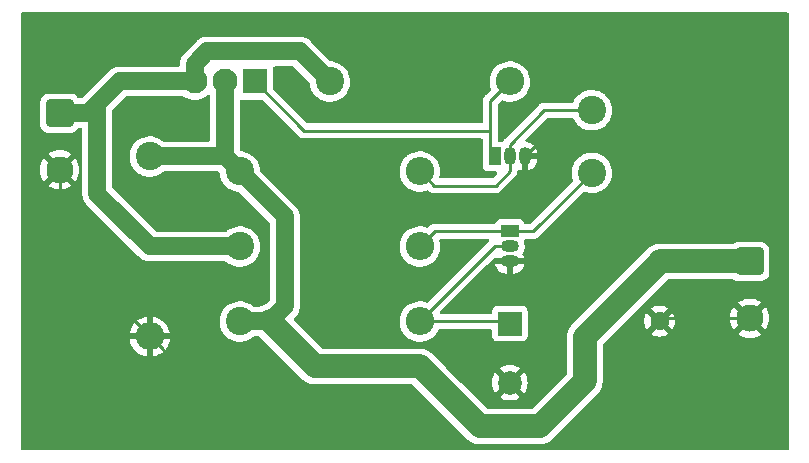
<source format=gbr>
%TF.GenerationSoftware,KiCad,Pcbnew,(6.0.1)*%
%TF.CreationDate,2022-02-08T00:13:08+06:30*%
%TF.ProjectId,soft power  latch v1.0,736f6674-2070-46f7-9765-7220206c6174,rev?*%
%TF.SameCoordinates,Original*%
%TF.FileFunction,Copper,L2,Bot*%
%TF.FilePolarity,Positive*%
%FSLAX46Y46*%
G04 Gerber Fmt 4.6, Leading zero omitted, Abs format (unit mm)*
G04 Created by KiCad (PCBNEW (6.0.1)) date 2022-02-08 00:13:08*
%MOMM*%
%LPD*%
G01*
G04 APERTURE LIST*
G04 Aperture macros list*
%AMRoundRect*
0 Rectangle with rounded corners*
0 $1 Rounding radius*
0 $2 $3 $4 $5 $6 $7 $8 $9 X,Y pos of 4 corners*
0 Add a 4 corners polygon primitive as box body*
4,1,4,$2,$3,$4,$5,$6,$7,$8,$9,$2,$3,0*
0 Add four circle primitives for the rounded corners*
1,1,$1+$1,$2,$3*
1,1,$1+$1,$4,$5*
1,1,$1+$1,$6,$7*
1,1,$1+$1,$8,$9*
0 Add four rect primitives between the rounded corners*
20,1,$1+$1,$2,$3,$4,$5,0*
20,1,$1+$1,$4,$5,$6,$7,0*
20,1,$1+$1,$6,$7,$8,$9,0*
20,1,$1+$1,$8,$9,$2,$3,0*%
G04 Aperture macros list end*
%TA.AperFunction,ComponentPad*%
%ADD10RoundRect,0.250001X-0.899999X0.899999X-0.899999X-0.899999X0.899999X-0.899999X0.899999X0.899999X0*%
%TD*%
%TA.AperFunction,ComponentPad*%
%ADD11C,2.300000*%
%TD*%
%TA.AperFunction,ComponentPad*%
%ADD12C,1.600000*%
%TD*%
%TA.AperFunction,ComponentPad*%
%ADD13C,2.400000*%
%TD*%
%TA.AperFunction,ComponentPad*%
%ADD14O,2.400000X2.400000*%
%TD*%
%TA.AperFunction,ComponentPad*%
%ADD15R,2.000000X2.000000*%
%TD*%
%TA.AperFunction,ComponentPad*%
%ADD16C,2.000000*%
%TD*%
%TA.AperFunction,ComponentPad*%
%ADD17R,1.050000X1.500000*%
%TD*%
%TA.AperFunction,ComponentPad*%
%ADD18O,1.050000X1.500000*%
%TD*%
%TA.AperFunction,ComponentPad*%
%ADD19R,1.500000X1.050000*%
%TD*%
%TA.AperFunction,ComponentPad*%
%ADD20O,1.500000X1.050000*%
%TD*%
%TA.AperFunction,ComponentPad*%
%ADD21R,2.100000X2.100000*%
%TD*%
%TA.AperFunction,ComponentPad*%
%ADD22C,2.100000*%
%TD*%
%TA.AperFunction,Conductor*%
%ADD23C,0.250000*%
%TD*%
%TA.AperFunction,Conductor*%
%ADD24C,2.000000*%
%TD*%
%TA.AperFunction,Conductor*%
%ADD25C,1.500000*%
%TD*%
G04 APERTURE END LIST*
D10*
%TO.P,J2,1,Pin_1*%
%TO.N,/Power_out*%
X176530000Y-119380000D03*
D11*
%TO.P,J2,2,Pin_2*%
%TO.N,GND*%
X176530000Y-124180000D03*
%TD*%
D12*
%TO.P,C2,1*%
%TO.N,/Power_out*%
X168910000Y-119420000D03*
%TO.P,C2,2*%
%TO.N,GND*%
X168910000Y-124420000D03*
%TD*%
D13*
%TO.P,R4,1*%
%TO.N,/Power_out*%
X133350000Y-124460000D03*
D14*
%TO.P,R4,2*%
%TO.N,Net-(C1-Pad1)*%
X148590000Y-124460000D03*
%TD*%
D13*
%TO.P,R5,1*%
%TO.N,/Power_out*%
X125730000Y-110490000D03*
D14*
%TO.P,R5,2*%
%TO.N,GND*%
X125730000Y-125730000D03*
%TD*%
D13*
%TO.P,R1,1*%
%TO.N,VCC*%
X140970000Y-104140000D03*
D14*
%TO.P,R1,2*%
%TO.N,Net-(Q1-Pad1)*%
X156210000Y-104140000D03*
%TD*%
D13*
%TO.P,R2,1*%
%TO.N,/Power_out*%
X133350000Y-111760000D03*
D14*
%TO.P,R2,2*%
%TO.N,Net-(Q1-Pad2)*%
X148590000Y-111760000D03*
%TD*%
D10*
%TO.P,J1,1,Pin_1*%
%TO.N,VCC*%
X118110000Y-106820000D03*
D11*
%TO.P,J1,2,Pin_2*%
%TO.N,GND*%
X118110000Y-111620000D03*
%TD*%
D13*
%TO.P,SW1,1*%
%TO.N,Net-(Q1-Pad2)*%
X163160000Y-106570000D03*
%TO.P,SW1,2*%
%TO.N,Net-(Q2-Pad1)*%
X163160000Y-111870000D03*
%TD*%
D15*
%TO.P,C1,1*%
%TO.N,Net-(C1-Pad1)*%
X156210000Y-124632323D03*
D16*
%TO.P,C1,2*%
%TO.N,GND*%
X156210000Y-129632323D03*
%TD*%
D13*
%TO.P,R3,1*%
%TO.N,VCC*%
X133350000Y-118110000D03*
D14*
%TO.P,R3,2*%
%TO.N,Net-(Q2-Pad1)*%
X148590000Y-118110000D03*
%TD*%
D17*
%TO.P,Q1,1,E*%
%TO.N,Net-(Q1-Pad1)*%
X154940000Y-110490000D03*
D18*
%TO.P,Q1,2,B*%
%TO.N,Net-(Q1-Pad2)*%
X156210000Y-110490000D03*
%TO.P,Q1,3,C*%
%TO.N,GND*%
X157480000Y-110490000D03*
%TD*%
D19*
%TO.P,Q2,1,E*%
%TO.N,Net-(Q2-Pad1)*%
X156210000Y-116840000D03*
D20*
%TO.P,Q2,2,B*%
%TO.N,Net-(C1-Pad1)*%
X156210000Y-118110000D03*
%TO.P,Q2,3,C*%
%TO.N,GND*%
X156210000Y-119380000D03*
%TD*%
D21*
%TO.P,Q3,1*%
%TO.N,Net-(Q1-Pad1)*%
X134620000Y-104140000D03*
D22*
%TO.P,Q3,2*%
%TO.N,/Power_out*%
X132080000Y-104140000D03*
%TO.P,Q3,3*%
%TO.N,VCC*%
X129540000Y-104140000D03*
%TD*%
D23*
%TO.N,Net-(C1-Pad1)*%
X148590000Y-124460000D02*
X156037677Y-124460000D01*
X156037677Y-124460000D02*
X156210000Y-124632323D01*
X148590000Y-124460000D02*
X154940000Y-118110000D01*
X154940000Y-118110000D02*
X156210000Y-118110000D01*
%TO.N,GND*%
X160020000Y-118110000D02*
X160655000Y-117475000D01*
X163830000Y-109220000D02*
X164984511Y-110374511D01*
X160655000Y-117475000D02*
X158750000Y-119380000D01*
X179070000Y-121640000D02*
X179070000Y-116840000D01*
X176530000Y-124180000D02*
X179070000Y-121640000D01*
X169150000Y-124180000D02*
X168910000Y-124420000D01*
X176530000Y-124180000D02*
X169150000Y-124180000D01*
X125730000Y-125730000D02*
X134974520Y-134974520D01*
X118110000Y-118110000D02*
X125730000Y-125730000D01*
X163830000Y-114300000D02*
X160655000Y-117475000D01*
X164984511Y-113145489D02*
X163830000Y-114300000D01*
X157480000Y-110490000D02*
X158750000Y-109220000D01*
X134974520Y-134974520D02*
X165735480Y-134974520D01*
X175260000Y-113030000D02*
X165100000Y-113030000D01*
X158750000Y-109220000D02*
X163830000Y-109220000D01*
X179070000Y-116840000D02*
X175260000Y-113030000D01*
X158750000Y-119380000D02*
X156210000Y-119380000D01*
X160020000Y-125822323D02*
X160020000Y-118110000D01*
X164984511Y-110374511D02*
X164984511Y-113145489D01*
X165100000Y-113030000D02*
X163830000Y-114300000D01*
X165735480Y-134974520D02*
X176530000Y-124180000D01*
X118110000Y-111620000D02*
X118110000Y-118110000D01*
X156210000Y-129632323D02*
X160020000Y-125822323D01*
D24*
%TO.N,/Power_out*%
X162560000Y-129540000D02*
X158750000Y-133350000D01*
D25*
X137160000Y-115570000D02*
X137160000Y-123190000D01*
D24*
X162560000Y-125770000D02*
X162560000Y-129540000D01*
D25*
X137160000Y-123190000D02*
X135890000Y-124460000D01*
D24*
X153670000Y-133350000D02*
X148590000Y-128270000D01*
D25*
X125730000Y-110490000D02*
X132080000Y-110490000D01*
D24*
X168910000Y-119420000D02*
X162560000Y-125770000D01*
D25*
X135890000Y-124460000D02*
X133350000Y-124460000D01*
X132080000Y-110490000D02*
X132080000Y-104140000D01*
D24*
X148590000Y-128270000D02*
X139700000Y-128270000D01*
D25*
X133350000Y-111760000D02*
X132080000Y-110490000D01*
X133350000Y-111760000D02*
X137160000Y-115570000D01*
D24*
X168950000Y-119380000D02*
X168910000Y-119420000D01*
X139700000Y-128270000D02*
X135890000Y-124460000D01*
X176530000Y-119380000D02*
X168950000Y-119380000D01*
X158750000Y-133350000D02*
X153670000Y-133350000D01*
D25*
%TO.N,VCC*%
X118110000Y-106820000D02*
X120510000Y-106820000D01*
X129540000Y-102655076D02*
X130595076Y-101600000D01*
X121285000Y-106045000D02*
X123190000Y-104140000D01*
X120510000Y-106820000D02*
X121285000Y-106045000D01*
X129540000Y-104140000D02*
X129540000Y-102655076D01*
X125730000Y-118110000D02*
X121285000Y-113665000D01*
X123190000Y-104140000D02*
X129540000Y-104140000D01*
X138430000Y-101600000D02*
X140970000Y-104140000D01*
X121285000Y-113665000D02*
X121285000Y-106045000D01*
X130595076Y-101600000D02*
X138430000Y-101600000D01*
X133350000Y-118110000D02*
X125730000Y-118110000D01*
D23*
%TO.N,Net-(Q1-Pad1)*%
X154560480Y-108329520D02*
X154560480Y-110490000D01*
X138809520Y-108329520D02*
X154560480Y-108329520D01*
X134620000Y-104140000D02*
X138809520Y-108329520D01*
X154560480Y-105789520D02*
X154560480Y-108329520D01*
X156210000Y-104140000D02*
X154560480Y-105789520D01*
%TO.N,Net-(Q1-Pad2)*%
X156210000Y-111760000D02*
X156210000Y-110490000D01*
X148590000Y-111760000D02*
X149790000Y-112960000D01*
X156210000Y-109490000D02*
X159130000Y-106570000D01*
X149790000Y-112960000D02*
X155010000Y-112960000D01*
X155010000Y-112960000D02*
X156210000Y-111760000D01*
X159130000Y-106570000D02*
X163160000Y-106570000D01*
X156210000Y-110490000D02*
X156210000Y-109490000D01*
%TO.N,Net-(Q2-Pad1)*%
X149860000Y-116840000D02*
X148590000Y-118110000D01*
X163160000Y-111870000D02*
X158190000Y-116840000D01*
X158190000Y-116840000D02*
X156210000Y-116840000D01*
X156210000Y-116840000D02*
X149860000Y-116840000D01*
%TD*%
%TA.AperFunction,Conductor*%
%TO.N,GND*%
G36*
X179774121Y-98318002D02*
G01*
X179820614Y-98371658D01*
X179832000Y-98424000D01*
X179832000Y-135256000D01*
X179811998Y-135324121D01*
X179758342Y-135370614D01*
X179706000Y-135382000D01*
X114934000Y-135382000D01*
X114865879Y-135361998D01*
X114819386Y-135308342D01*
X114808000Y-135256000D01*
X114808000Y-126003460D01*
X124042852Y-126003460D01*
X124078593Y-126183143D01*
X124081082Y-126192118D01*
X124163708Y-126422250D01*
X124167505Y-126430778D01*
X124283234Y-126646160D01*
X124288245Y-126654027D01*
X124434550Y-126849953D01*
X124440656Y-126856977D01*
X124614316Y-127029127D01*
X124621398Y-127035176D01*
X124818586Y-127179760D01*
X124826505Y-127184708D01*
X125042877Y-127298547D01*
X125051451Y-127302275D01*
X125282282Y-127382885D01*
X125291291Y-127385299D01*
X125458201Y-127416988D01*
X125471261Y-127415704D01*
X125475506Y-127402360D01*
X125984000Y-127402360D01*
X125988171Y-127416565D01*
X126000933Y-127418620D01*
X126037487Y-127414617D01*
X126046649Y-127412919D01*
X126283107Y-127350665D01*
X126291926Y-127347628D01*
X126516584Y-127251107D01*
X126524856Y-127246800D01*
X126732777Y-127118135D01*
X126740317Y-127112657D01*
X126926943Y-126954668D01*
X126933593Y-126948132D01*
X127094813Y-126764295D01*
X127100420Y-126756854D01*
X127232700Y-126551202D01*
X127237147Y-126543011D01*
X127337572Y-126320076D01*
X127340767Y-126311298D01*
X127407135Y-126075973D01*
X127408993Y-126066844D01*
X127417246Y-126001969D01*
X127414958Y-125987708D01*
X127401938Y-125984000D01*
X126002115Y-125984000D01*
X125986876Y-125988475D01*
X125985671Y-125989865D01*
X125984000Y-125997548D01*
X125984000Y-127402360D01*
X125475506Y-127402360D01*
X125476000Y-127400808D01*
X125476000Y-126002115D01*
X125471525Y-125986876D01*
X125470135Y-125985671D01*
X125462452Y-125984000D01*
X124057096Y-125984000D01*
X124044695Y-125987641D01*
X124042852Y-126003460D01*
X114808000Y-126003460D01*
X114808000Y-125457976D01*
X124040675Y-125457976D01*
X124043435Y-125472703D01*
X124055614Y-125476000D01*
X125457885Y-125476000D01*
X125473124Y-125471525D01*
X125474329Y-125470135D01*
X125476000Y-125462452D01*
X125476000Y-125457885D01*
X125984000Y-125457885D01*
X125988475Y-125473124D01*
X125989865Y-125474329D01*
X125997548Y-125476000D01*
X127405671Y-125476000D01*
X127419202Y-125472027D01*
X127420634Y-125462068D01*
X127368979Y-125233786D01*
X127366255Y-125224875D01*
X127277633Y-124996983D01*
X127273619Y-124988567D01*
X127152286Y-124776281D01*
X127147070Y-124768548D01*
X126995692Y-124576525D01*
X126989399Y-124569657D01*
X126811294Y-124402112D01*
X126804060Y-124396254D01*
X126603141Y-124256872D01*
X126595115Y-124252144D01*
X126375810Y-124143995D01*
X126367177Y-124140507D01*
X126134288Y-124065958D01*
X126125238Y-124063785D01*
X126001880Y-124043696D01*
X125988286Y-124045393D01*
X125984000Y-124059500D01*
X125984000Y-125457885D01*
X125476000Y-125457885D01*
X125476000Y-124058859D01*
X125471982Y-124045175D01*
X125458290Y-124043154D01*
X125378521Y-124054010D01*
X125369403Y-124055948D01*
X125134668Y-124124367D01*
X125125915Y-124127639D01*
X124903869Y-124230004D01*
X124895714Y-124234524D01*
X124691233Y-124368587D01*
X124683828Y-124374270D01*
X124501413Y-124537082D01*
X124494935Y-124543790D01*
X124338584Y-124731781D01*
X124333163Y-124739381D01*
X124206322Y-124948409D01*
X124202084Y-124956726D01*
X124107529Y-125182214D01*
X124104572Y-125191052D01*
X124044382Y-125428048D01*
X124042764Y-125437228D01*
X124040675Y-125457976D01*
X114808000Y-125457976D01*
X114808000Y-112962204D01*
X117133151Y-112962204D01*
X117137720Y-112968735D01*
X117350736Y-113099271D01*
X117359530Y-113103752D01*
X117591492Y-113199834D01*
X117600877Y-113202883D01*
X117845017Y-113261496D01*
X117854764Y-113263039D01*
X118105070Y-113282739D01*
X118114930Y-113282739D01*
X118365236Y-113263039D01*
X118374983Y-113261496D01*
X118619123Y-113202883D01*
X118628508Y-113199834D01*
X118860470Y-113103752D01*
X118869264Y-113099271D01*
X119080875Y-112969596D01*
X119086922Y-112960330D01*
X119080915Y-112950125D01*
X118122812Y-111992022D01*
X118108868Y-111984408D01*
X118107035Y-111984539D01*
X118100420Y-111988790D01*
X117140544Y-112948666D01*
X117133151Y-112962204D01*
X114808000Y-112962204D01*
X114808000Y-111624930D01*
X116447261Y-111624930D01*
X116466961Y-111875236D01*
X116468504Y-111884983D01*
X116527117Y-112129123D01*
X116530166Y-112138508D01*
X116626248Y-112370470D01*
X116630729Y-112379264D01*
X116760404Y-112590875D01*
X116769670Y-112596922D01*
X116779875Y-112590915D01*
X117737978Y-111632812D01*
X117744356Y-111621132D01*
X118474408Y-111621132D01*
X118474539Y-111622965D01*
X118478790Y-111629580D01*
X119438666Y-112589456D01*
X119452204Y-112596849D01*
X119458735Y-112592280D01*
X119589271Y-112379264D01*
X119593752Y-112370470D01*
X119689834Y-112138508D01*
X119692883Y-112129123D01*
X119751496Y-111884983D01*
X119753039Y-111875236D01*
X119772739Y-111624930D01*
X119772739Y-111615070D01*
X119753039Y-111364764D01*
X119751496Y-111355017D01*
X119692883Y-111110877D01*
X119689834Y-111101492D01*
X119593752Y-110869530D01*
X119589271Y-110860736D01*
X119459596Y-110649125D01*
X119450330Y-110643078D01*
X119440125Y-110649085D01*
X118482022Y-111607188D01*
X118474408Y-111621132D01*
X117744356Y-111621132D01*
X117745592Y-111618868D01*
X117745461Y-111617035D01*
X117741210Y-111610420D01*
X116781334Y-110650544D01*
X116767796Y-110643151D01*
X116761265Y-110647720D01*
X116630729Y-110860736D01*
X116626248Y-110869530D01*
X116530166Y-111101492D01*
X116527117Y-111110877D01*
X116468504Y-111355017D01*
X116466961Y-111364764D01*
X116447261Y-111615070D01*
X116447261Y-111624930D01*
X114808000Y-111624930D01*
X114808000Y-110279670D01*
X117133078Y-110279670D01*
X117139085Y-110289875D01*
X118097188Y-111247978D01*
X118111132Y-111255592D01*
X118112965Y-111255461D01*
X118119580Y-111251210D01*
X119079456Y-110291334D01*
X119086849Y-110277796D01*
X119082280Y-110271265D01*
X118869264Y-110140729D01*
X118860470Y-110136248D01*
X118628508Y-110040166D01*
X118619123Y-110037117D01*
X118374983Y-109978504D01*
X118365236Y-109976961D01*
X118114930Y-109957261D01*
X118105070Y-109957261D01*
X117854764Y-109976961D01*
X117845017Y-109978504D01*
X117600877Y-110037117D01*
X117591492Y-110040166D01*
X117359530Y-110136248D01*
X117350736Y-110140729D01*
X117139125Y-110270404D01*
X117133078Y-110279670D01*
X114808000Y-110279670D01*
X114808000Y-107770400D01*
X116451500Y-107770400D01*
X116451837Y-107773646D01*
X116451837Y-107773650D01*
X116454056Y-107795031D01*
X116462474Y-107876165D01*
X116518450Y-108043945D01*
X116611522Y-108194348D01*
X116736697Y-108319305D01*
X116742927Y-108323145D01*
X116742928Y-108323146D01*
X116880090Y-108407694D01*
X116887262Y-108412115D01*
X116967005Y-108438564D01*
X117048611Y-108465632D01*
X117048613Y-108465632D01*
X117055139Y-108467797D01*
X117061975Y-108468497D01*
X117061978Y-108468498D01*
X117105031Y-108472909D01*
X117159600Y-108478500D01*
X119060400Y-108478500D01*
X119063646Y-108478163D01*
X119063650Y-108478163D01*
X119159307Y-108468238D01*
X119159311Y-108468237D01*
X119166165Y-108467526D01*
X119172701Y-108465345D01*
X119172703Y-108465345D01*
X119304805Y-108421272D01*
X119333945Y-108411550D01*
X119484348Y-108318478D01*
X119609305Y-108193303D01*
X119613144Y-108187075D01*
X119613148Y-108187070D01*
X119643159Y-108138383D01*
X119695931Y-108090890D01*
X119750418Y-108078500D01*
X119900500Y-108078500D01*
X119968621Y-108098502D01*
X120015114Y-108152158D01*
X120026500Y-108204500D01*
X120026500Y-113573604D01*
X120025422Y-113590051D01*
X120024347Y-113598220D01*
X120022521Y-113612086D01*
X120022786Y-113617698D01*
X120026360Y-113693488D01*
X120026500Y-113699424D01*
X120026500Y-113721999D01*
X120026750Y-113724796D01*
X120028819Y-113747988D01*
X120029178Y-113753248D01*
X120033104Y-113836488D01*
X120034354Y-113841947D01*
X120034355Y-113841952D01*
X120037108Y-113853970D01*
X120039789Y-113870899D01*
X120041383Y-113888762D01*
X120042865Y-113894178D01*
X120042865Y-113894180D01*
X120063370Y-113969133D01*
X120064656Y-113974251D01*
X120083258Y-114055470D01*
X120085460Y-114060632D01*
X120090294Y-114071967D01*
X120095927Y-114088142D01*
X120100663Y-114105451D01*
X120103079Y-114110516D01*
X120136539Y-114180667D01*
X120138710Y-114185476D01*
X120171397Y-114262109D01*
X120181251Y-114277110D01*
X120189654Y-114292025D01*
X120197378Y-114308218D01*
X120200648Y-114312769D01*
X120200650Y-114312772D01*
X120245999Y-114375881D01*
X120248989Y-114380232D01*
X120292196Y-114446010D01*
X120292202Y-114446018D01*
X120294735Y-114449874D01*
X120313257Y-114470662D01*
X120321490Y-114480939D01*
X120328471Y-114490654D01*
X120332498Y-114494556D01*
X120405255Y-114565063D01*
X120406665Y-114566452D01*
X124775475Y-118935263D01*
X124786342Y-118947653D01*
X124799877Y-118965292D01*
X124859794Y-119019812D01*
X124860174Y-119020158D01*
X124864469Y-119024257D01*
X124880410Y-119040198D01*
X124900436Y-119056942D01*
X124904391Y-119060392D01*
X124966036Y-119116485D01*
X124970790Y-119119467D01*
X124981230Y-119126016D01*
X124995090Y-119136085D01*
X125008853Y-119147593D01*
X125013734Y-119150377D01*
X125081218Y-119188869D01*
X125085748Y-119191579D01*
X125156344Y-119235864D01*
X125161548Y-119237956D01*
X125172983Y-119242553D01*
X125188413Y-119250012D01*
X125199119Y-119256119D01*
X125199128Y-119256123D01*
X125203993Y-119258898D01*
X125282538Y-119286712D01*
X125287450Y-119288568D01*
X125364783Y-119319656D01*
X125382361Y-119323296D01*
X125398854Y-119327902D01*
X125415759Y-119333888D01*
X125421293Y-119334794D01*
X125421296Y-119334795D01*
X125497977Y-119347352D01*
X125503149Y-119348311D01*
X125584767Y-119365213D01*
X125600398Y-119366114D01*
X125612563Y-119366816D01*
X125625669Y-119368263D01*
X125631914Y-119369286D01*
X125631921Y-119369287D01*
X125637457Y-119370193D01*
X125643071Y-119370105D01*
X125643073Y-119370105D01*
X125744230Y-119368516D01*
X125746209Y-119368500D01*
X132140753Y-119368500D01*
X132208874Y-119388502D01*
X132229459Y-119405017D01*
X132237307Y-119412797D01*
X132241069Y-119415555D01*
X132241072Y-119415558D01*
X132346764Y-119493054D01*
X132442094Y-119562953D01*
X132446229Y-119565129D01*
X132446233Y-119565131D01*
X132564289Y-119627243D01*
X132666827Y-119681191D01*
X132906568Y-119764912D01*
X133156050Y-119812278D01*
X133276532Y-119817011D01*
X133405125Y-119822064D01*
X133405130Y-119822064D01*
X133409793Y-119822247D01*
X133508774Y-119811407D01*
X133657569Y-119795112D01*
X133657575Y-119795111D01*
X133662222Y-119794602D01*
X133771680Y-119765784D01*
X133903273Y-119731138D01*
X133907793Y-119729948D01*
X134088956Y-119652115D01*
X134136807Y-119631557D01*
X134136810Y-119631555D01*
X134141110Y-119629708D01*
X134145090Y-119627245D01*
X134145094Y-119627243D01*
X134353064Y-119498547D01*
X134353066Y-119498545D01*
X134357047Y-119496082D01*
X134455428Y-119412797D01*
X134547289Y-119335031D01*
X134547291Y-119335029D01*
X134550862Y-119332006D01*
X134718295Y-119141084D01*
X134725052Y-119130580D01*
X134853141Y-118931442D01*
X134855669Y-118927512D01*
X134959967Y-118695980D01*
X135028896Y-118451575D01*
X135045788Y-118318798D01*
X135060545Y-118202798D01*
X135060545Y-118202792D01*
X135060943Y-118199667D01*
X135061839Y-118165471D01*
X135063208Y-118113160D01*
X135063291Y-118110000D01*
X135057854Y-118036836D01*
X135044818Y-117861411D01*
X135044817Y-117861407D01*
X135044472Y-117856759D01*
X135029757Y-117791725D01*
X134989459Y-117613639D01*
X134988428Y-117609082D01*
X134961307Y-117539341D01*
X134898084Y-117376762D01*
X134898083Y-117376760D01*
X134896391Y-117372409D01*
X134875866Y-117336498D01*
X134772702Y-117155997D01*
X134772700Y-117155995D01*
X134770383Y-117151940D01*
X134613171Y-116952517D01*
X134504129Y-116849941D01*
X134431610Y-116781722D01*
X134431608Y-116781720D01*
X134428209Y-116778523D01*
X134384483Y-116748189D01*
X134223393Y-116636437D01*
X134223390Y-116636435D01*
X134219561Y-116633779D01*
X134215384Y-116631719D01*
X134215377Y-116631715D01*
X133995996Y-116523528D01*
X133995992Y-116523527D01*
X133991810Y-116521464D01*
X133749960Y-116444047D01*
X133745355Y-116443297D01*
X133503935Y-116403980D01*
X133503934Y-116403980D01*
X133499323Y-116403229D01*
X133372365Y-116401567D01*
X133250083Y-116399966D01*
X133250080Y-116399966D01*
X133245406Y-116399905D01*
X132993787Y-116434149D01*
X132749993Y-116505208D01*
X132519380Y-116611522D01*
X132515471Y-116614085D01*
X132310928Y-116748189D01*
X132310923Y-116748193D01*
X132307015Y-116750755D01*
X132235489Y-116814595D01*
X132229990Y-116819503D01*
X132165850Y-116849941D01*
X132146089Y-116851500D01*
X126303478Y-116851500D01*
X126235357Y-116831498D01*
X126214383Y-116814595D01*
X122580405Y-113180617D01*
X122546379Y-113118305D01*
X122543500Y-113091522D01*
X122543500Y-106618477D01*
X122563502Y-106550356D01*
X122580405Y-106529382D01*
X123674382Y-105435405D01*
X123736694Y-105401379D01*
X123763477Y-105398500D01*
X128575366Y-105398500D01*
X128641200Y-105417067D01*
X128679663Y-105440637D01*
X128830268Y-105532927D01*
X128932051Y-105575087D01*
X129052335Y-105624911D01*
X129052337Y-105624912D01*
X129056908Y-105626805D01*
X129138173Y-105646315D01*
X129290630Y-105682917D01*
X129290636Y-105682918D01*
X129295443Y-105684072D01*
X129540000Y-105703319D01*
X129784557Y-105684072D01*
X129789364Y-105682918D01*
X129789370Y-105682917D01*
X129941827Y-105646315D01*
X130023092Y-105626805D01*
X130027663Y-105624912D01*
X130027665Y-105624911D01*
X130147949Y-105575087D01*
X130249732Y-105532927D01*
X130400337Y-105440637D01*
X130454670Y-105407342D01*
X130454673Y-105407340D01*
X130458896Y-105404752D01*
X130462846Y-105401379D01*
X130561810Y-105316854D01*
X130613670Y-105272562D01*
X130678459Y-105243531D01*
X130748659Y-105254136D01*
X130801981Y-105301010D01*
X130821500Y-105368373D01*
X130821500Y-109105500D01*
X130801498Y-109173621D01*
X130747842Y-109220114D01*
X130695500Y-109231500D01*
X126935737Y-109231500D01*
X126867616Y-109211498D01*
X126849404Y-109197275D01*
X126811610Y-109161722D01*
X126811607Y-109161720D01*
X126808209Y-109158523D01*
X126698549Y-109082449D01*
X126603393Y-109016437D01*
X126603390Y-109016435D01*
X126599561Y-109013779D01*
X126595384Y-109011719D01*
X126595377Y-109011715D01*
X126375996Y-108903528D01*
X126375992Y-108903527D01*
X126371810Y-108901464D01*
X126129960Y-108824047D01*
X126079566Y-108815840D01*
X125883935Y-108783980D01*
X125883934Y-108783980D01*
X125879323Y-108783229D01*
X125752364Y-108781567D01*
X125630083Y-108779966D01*
X125630080Y-108779966D01*
X125625406Y-108779905D01*
X125373787Y-108814149D01*
X125129993Y-108885208D01*
X125125740Y-108887168D01*
X125125739Y-108887169D01*
X125090254Y-108903528D01*
X124899380Y-108991522D01*
X124880688Y-109003777D01*
X124690928Y-109128189D01*
X124690923Y-109128193D01*
X124687015Y-109130755D01*
X124497562Y-109299848D01*
X124335183Y-109495087D01*
X124203447Y-109712182D01*
X124201638Y-109716496D01*
X124201637Y-109716498D01*
X124137580Y-109869258D01*
X124105246Y-109946365D01*
X124104095Y-109950897D01*
X124104094Y-109950900D01*
X124097084Y-109978504D01*
X124042738Y-110192490D01*
X124017296Y-110445151D01*
X124029480Y-110698798D01*
X124039638Y-110749865D01*
X124076799Y-110936685D01*
X124079021Y-110947857D01*
X124080600Y-110952255D01*
X124080602Y-110952262D01*
X124144168Y-111129308D01*
X124164831Y-111186858D01*
X124167048Y-111190984D01*
X124265192Y-111373639D01*
X124285025Y-111410551D01*
X124287820Y-111414294D01*
X124287822Y-111414297D01*
X124434171Y-111610282D01*
X124434176Y-111610288D01*
X124436963Y-111614020D01*
X124440272Y-111617300D01*
X124440277Y-111617306D01*
X124594515Y-111770203D01*
X124617307Y-111792797D01*
X124621069Y-111795555D01*
X124621072Y-111795558D01*
X124740132Y-111882856D01*
X124822094Y-111942953D01*
X124826229Y-111945129D01*
X124826233Y-111945131D01*
X124921133Y-111995060D01*
X125046827Y-112061191D01*
X125175350Y-112106073D01*
X125268230Y-112138508D01*
X125286568Y-112144912D01*
X125536050Y-112192278D01*
X125656532Y-112197011D01*
X125785125Y-112202064D01*
X125785130Y-112202064D01*
X125789793Y-112202247D01*
X125888774Y-112191407D01*
X126037569Y-112175112D01*
X126037575Y-112175111D01*
X126042222Y-112174602D01*
X126151680Y-112145784D01*
X126283273Y-112111138D01*
X126287793Y-112109948D01*
X126465004Y-112033813D01*
X126516807Y-112011557D01*
X126516810Y-112011555D01*
X126521110Y-112009708D01*
X126525090Y-112007245D01*
X126525094Y-112007243D01*
X126733074Y-111878541D01*
X126733078Y-111878538D01*
X126737047Y-111876082D01*
X126788255Y-111832731D01*
X126852513Y-111778333D01*
X126917429Y-111749584D01*
X126933925Y-111748500D01*
X131506523Y-111748500D01*
X131574644Y-111768502D01*
X131595618Y-111785405D01*
X131608520Y-111798307D01*
X131642546Y-111860619D01*
X131645280Y-111881354D01*
X131649480Y-111968798D01*
X131664533Y-112044473D01*
X131695880Y-112202064D01*
X131699021Y-112217857D01*
X131700600Y-112222255D01*
X131700602Y-112222262D01*
X131756972Y-112379264D01*
X131784831Y-112456858D01*
X131787048Y-112460984D01*
X131863378Y-112603041D01*
X131905025Y-112680551D01*
X131907820Y-112684294D01*
X131907822Y-112684297D01*
X132054171Y-112880282D01*
X132054176Y-112880288D01*
X132056963Y-112884020D01*
X132060272Y-112887300D01*
X132060277Y-112887306D01*
X132143289Y-112969596D01*
X132237307Y-113062797D01*
X132241069Y-113065555D01*
X132241072Y-113065558D01*
X132313010Y-113118305D01*
X132442094Y-113212953D01*
X132446229Y-113215129D01*
X132446233Y-113215131D01*
X132572706Y-113281671D01*
X132666827Y-113331191D01*
X132736950Y-113355679D01*
X132834395Y-113389708D01*
X132906568Y-113414912D01*
X132911161Y-113415784D01*
X133151461Y-113461407D01*
X133151464Y-113461407D01*
X133156050Y-113462278D01*
X133223290Y-113464920D01*
X133227977Y-113465104D01*
X133295260Y-113487765D01*
X133312125Y-113501912D01*
X135864595Y-116054382D01*
X135898621Y-116116694D01*
X135901500Y-116143477D01*
X135901500Y-122616522D01*
X135881498Y-122684643D01*
X135864595Y-122705617D01*
X135615736Y-122954476D01*
X135558827Y-122987201D01*
X135392192Y-123031227D01*
X135392186Y-123031229D01*
X135387304Y-123032519D01*
X135165544Y-123131254D01*
X135161311Y-123134024D01*
X135089628Y-123180932D01*
X135020635Y-123201500D01*
X134555737Y-123201500D01*
X134487616Y-123181498D01*
X134469404Y-123167275D01*
X134431610Y-123131722D01*
X134431607Y-123131720D01*
X134428209Y-123128523D01*
X134384483Y-123098189D01*
X134223393Y-122986437D01*
X134223390Y-122986435D01*
X134219561Y-122983779D01*
X134215384Y-122981719D01*
X134215377Y-122981715D01*
X133995996Y-122873528D01*
X133995992Y-122873527D01*
X133991810Y-122871464D01*
X133749960Y-122794047D01*
X133745355Y-122793297D01*
X133503935Y-122753980D01*
X133503934Y-122753980D01*
X133499323Y-122753229D01*
X133372365Y-122751567D01*
X133250083Y-122749966D01*
X133250080Y-122749966D01*
X133245406Y-122749905D01*
X132993787Y-122784149D01*
X132749993Y-122855208D01*
X132519380Y-122961522D01*
X132515471Y-122964085D01*
X132310928Y-123098189D01*
X132310923Y-123098193D01*
X132307015Y-123100755D01*
X132270493Y-123133352D01*
X132124472Y-123263681D01*
X132117562Y-123269848D01*
X131955183Y-123465087D01*
X131823447Y-123682182D01*
X131821638Y-123686496D01*
X131821637Y-123686498D01*
X131729481Y-123906266D01*
X131725246Y-123916365D01*
X131724095Y-123920897D01*
X131724094Y-123920900D01*
X131719556Y-123938770D01*
X131662738Y-124162490D01*
X131637296Y-124415151D01*
X131637520Y-124419817D01*
X131637520Y-124419822D01*
X131638729Y-124444983D01*
X131649480Y-124668798D01*
X131653523Y-124689123D01*
X131698020Y-124912824D01*
X131699021Y-124917857D01*
X131700600Y-124922255D01*
X131700602Y-124922262D01*
X131754188Y-125071511D01*
X131784831Y-125156858D01*
X131787048Y-125160984D01*
X131895364Y-125362570D01*
X131905025Y-125380551D01*
X131907820Y-125384294D01*
X131907822Y-125384297D01*
X132054171Y-125580282D01*
X132054176Y-125580288D01*
X132056963Y-125584020D01*
X132060272Y-125587300D01*
X132060277Y-125587306D01*
X132209047Y-125734783D01*
X132237307Y-125762797D01*
X132241069Y-125765555D01*
X132241072Y-125765558D01*
X132438323Y-125910188D01*
X132442094Y-125912953D01*
X132446229Y-125915129D01*
X132446233Y-125915131D01*
X132564289Y-125977243D01*
X132666827Y-126031191D01*
X132906568Y-126114912D01*
X133156050Y-126162278D01*
X133276532Y-126167011D01*
X133405125Y-126172064D01*
X133405130Y-126172064D01*
X133409793Y-126172247D01*
X133508774Y-126161407D01*
X133657569Y-126145112D01*
X133657575Y-126145111D01*
X133662222Y-126144602D01*
X133771680Y-126115784D01*
X133903273Y-126081138D01*
X133907793Y-126079948D01*
X134026353Y-126029011D01*
X134136807Y-125981557D01*
X134136810Y-125981555D01*
X134141110Y-125979708D01*
X134145090Y-125977245D01*
X134145094Y-125977243D01*
X134353074Y-125848541D01*
X134353078Y-125848538D01*
X134357047Y-125846082D01*
X134415718Y-125796413D01*
X134472513Y-125748333D01*
X134537429Y-125719584D01*
X134553925Y-125718500D01*
X134962969Y-125718500D01*
X135031090Y-125738502D01*
X135052064Y-125755405D01*
X138616325Y-129319666D01*
X138618779Y-129322188D01*
X138683735Y-129390877D01*
X138687332Y-129394681D01*
X138749757Y-129442408D01*
X138754892Y-129446552D01*
X138814720Y-129497470D01*
X138819045Y-129500089D01*
X138819050Y-129500093D01*
X138842824Y-129514491D01*
X138854071Y-129522163D01*
X138880174Y-129542120D01*
X138884632Y-129544510D01*
X138884633Y-129544511D01*
X138949401Y-129579239D01*
X138955126Y-129582504D01*
X139022358Y-129623221D01*
X139027047Y-129625116D01*
X139027054Y-129625119D01*
X139052828Y-129635533D01*
X139065164Y-129641312D01*
X139089649Y-129654440D01*
X139089653Y-129654442D01*
X139094109Y-129656831D01*
X139098891Y-129658478D01*
X139098892Y-129658478D01*
X139168381Y-129682405D01*
X139174551Y-129684711D01*
X139210461Y-129699220D01*
X139242743Y-129712263D01*
X139242746Y-129712264D01*
X139247429Y-129714156D01*
X139274191Y-129720236D01*
X139279471Y-129721436D01*
X139292575Y-129725169D01*
X139323631Y-129735862D01*
X139328611Y-129736722D01*
X139328622Y-129736725D01*
X139401065Y-129749238D01*
X139407533Y-129750530D01*
X139479212Y-129766815D01*
X139479221Y-129766816D01*
X139484145Y-129767935D01*
X139516951Y-129769999D01*
X139530455Y-129771586D01*
X139552683Y-129775425D01*
X139558933Y-129776505D01*
X139558936Y-129776505D01*
X139562836Y-129777179D01*
X139566793Y-129777359D01*
X139566796Y-129777359D01*
X139590506Y-129778436D01*
X139590525Y-129778436D01*
X139591925Y-129778500D01*
X139648108Y-129778500D01*
X139656019Y-129778749D01*
X139726413Y-129783178D01*
X139767993Y-129779101D01*
X139780289Y-129778500D01*
X147912969Y-129778500D01*
X147981090Y-129798502D01*
X148002064Y-129815405D01*
X152586325Y-134399666D01*
X152588779Y-134402188D01*
X152632060Y-134447956D01*
X152657332Y-134474681D01*
X152703601Y-134510056D01*
X152719757Y-134522408D01*
X152724892Y-134526552D01*
X152784720Y-134577470D01*
X152789045Y-134580089D01*
X152789050Y-134580093D01*
X152812824Y-134594491D01*
X152824071Y-134602163D01*
X152850174Y-134622120D01*
X152911255Y-134654871D01*
X152919401Y-134659239D01*
X152925126Y-134662504D01*
X152992358Y-134703221D01*
X153022817Y-134715527D01*
X153035158Y-134721307D01*
X153064109Y-134736831D01*
X153068890Y-134738477D01*
X153068894Y-134738479D01*
X153138401Y-134762412D01*
X153144579Y-134764722D01*
X153158962Y-134770533D01*
X153217429Y-134794155D01*
X153222369Y-134795277D01*
X153222368Y-134795277D01*
X153249460Y-134801432D01*
X153262559Y-134805163D01*
X153293631Y-134815862D01*
X153371100Y-134829243D01*
X153377504Y-134830523D01*
X153454144Y-134847935D01*
X153486953Y-134849999D01*
X153500453Y-134851585D01*
X153532836Y-134857179D01*
X153536793Y-134857359D01*
X153536796Y-134857359D01*
X153560506Y-134858436D01*
X153560525Y-134858436D01*
X153561925Y-134858500D01*
X153618108Y-134858500D01*
X153626019Y-134858749D01*
X153696413Y-134863178D01*
X153737992Y-134859101D01*
X153750288Y-134858500D01*
X158725984Y-134858500D01*
X158729502Y-134858549D01*
X158824150Y-134861193D01*
X158824153Y-134861193D01*
X158829205Y-134861334D01*
X158907098Y-134850941D01*
X158913639Y-134850242D01*
X158942332Y-134847933D01*
X158986923Y-134844346D01*
X158986927Y-134844345D01*
X158991965Y-134843940D01*
X159023878Y-134836101D01*
X159037258Y-134833574D01*
X159069820Y-134829229D01*
X159074661Y-134827768D01*
X159074663Y-134827767D01*
X159145029Y-134806522D01*
X159151392Y-134804781D01*
X159165027Y-134801432D01*
X159227706Y-134786037D01*
X159257952Y-134773199D01*
X159270763Y-134768561D01*
X159297362Y-134760530D01*
X159302208Y-134759067D01*
X159306756Y-134756849D01*
X159306763Y-134756846D01*
X159372818Y-134724629D01*
X159378820Y-134721893D01*
X159428978Y-134700602D01*
X159451156Y-134691188D01*
X159478956Y-134673681D01*
X159490860Y-134667055D01*
X159520388Y-134652654D01*
X159584600Y-134607357D01*
X159590086Y-134603699D01*
X159652286Y-134564529D01*
X159652287Y-134564528D01*
X159656567Y-134561833D01*
X159660356Y-134558492D01*
X159660362Y-134558488D01*
X159681217Y-134540102D01*
X159691912Y-134531656D01*
X159705022Y-134522408D01*
X159718747Y-134512726D01*
X159740250Y-134493091D01*
X159779966Y-134453375D01*
X159785736Y-134447956D01*
X159834858Y-134404650D01*
X159834861Y-134404647D01*
X159838655Y-134401302D01*
X159865179Y-134369011D01*
X159873449Y-134359892D01*
X163609666Y-130623675D01*
X163612188Y-130621221D01*
X163681012Y-130556138D01*
X163681014Y-130556135D01*
X163684681Y-130552668D01*
X163732411Y-130490239D01*
X163736552Y-130485108D01*
X163784191Y-130429133D01*
X163784192Y-130429132D01*
X163787470Y-130425280D01*
X163790089Y-130420955D01*
X163790093Y-130420950D01*
X163804491Y-130397176D01*
X163812163Y-130385929D01*
X163832120Y-130359826D01*
X163869243Y-130290592D01*
X163872507Y-130284868D01*
X163910601Y-130221968D01*
X163913221Y-130217642D01*
X163915116Y-130212953D01*
X163915119Y-130212946D01*
X163925533Y-130187172D01*
X163931312Y-130174836D01*
X163944440Y-130150351D01*
X163944442Y-130150347D01*
X163946831Y-130145891D01*
X163972405Y-130071619D01*
X163974715Y-130065439D01*
X164002263Y-129997257D01*
X164002264Y-129997254D01*
X164004156Y-129992571D01*
X164011436Y-129960529D01*
X164015169Y-129947425D01*
X164024216Y-129921149D01*
X164025862Y-129916369D01*
X164026722Y-129911389D01*
X164026725Y-129911378D01*
X164039238Y-129838935D01*
X164040530Y-129832467D01*
X164056815Y-129760788D01*
X164056816Y-129760779D01*
X164057935Y-129755855D01*
X164059999Y-129723049D01*
X164061586Y-129709545D01*
X164067179Y-129677164D01*
X164068028Y-129658478D01*
X164068436Y-129649494D01*
X164068436Y-129649475D01*
X164068500Y-129648075D01*
X164068500Y-129591892D01*
X164068749Y-129583980D01*
X164072860Y-129518641D01*
X164073178Y-129513587D01*
X164069101Y-129472006D01*
X164068500Y-129459711D01*
X164068500Y-126447031D01*
X164088502Y-126378910D01*
X164105405Y-126357936D01*
X164957279Y-125506062D01*
X168188493Y-125506062D01*
X168197789Y-125518077D01*
X168248994Y-125553931D01*
X168258489Y-125559414D01*
X168455947Y-125651490D01*
X168466239Y-125655236D01*
X168676688Y-125711625D01*
X168687481Y-125713528D01*
X168904525Y-125732517D01*
X168915475Y-125732517D01*
X169132519Y-125713528D01*
X169143312Y-125711625D01*
X169353761Y-125655236D01*
X169364053Y-125651490D01*
X169561511Y-125559414D01*
X169571006Y-125553931D01*
X169616317Y-125522204D01*
X175553151Y-125522204D01*
X175557720Y-125528735D01*
X175770736Y-125659271D01*
X175779530Y-125663752D01*
X176011492Y-125759834D01*
X176020877Y-125762883D01*
X176265017Y-125821496D01*
X176274764Y-125823039D01*
X176525070Y-125842739D01*
X176534930Y-125842739D01*
X176785236Y-125823039D01*
X176794983Y-125821496D01*
X177039123Y-125762883D01*
X177048508Y-125759834D01*
X177280470Y-125663752D01*
X177289264Y-125659271D01*
X177500875Y-125529596D01*
X177506922Y-125520330D01*
X177500915Y-125510125D01*
X176542812Y-124552022D01*
X176528868Y-124544408D01*
X176527035Y-124544539D01*
X176520420Y-124548790D01*
X175560544Y-125508666D01*
X175553151Y-125522204D01*
X169616317Y-125522204D01*
X169623048Y-125517491D01*
X169631424Y-125507012D01*
X169624356Y-125493566D01*
X168922812Y-124792022D01*
X168908868Y-124784408D01*
X168907035Y-124784539D01*
X168900420Y-124788790D01*
X168194923Y-125494287D01*
X168188493Y-125506062D01*
X164957279Y-125506062D01*
X166037866Y-124425475D01*
X167597483Y-124425475D01*
X167616472Y-124642519D01*
X167618375Y-124653312D01*
X167674764Y-124863761D01*
X167678510Y-124874053D01*
X167770586Y-125071511D01*
X167776069Y-125081006D01*
X167812509Y-125133048D01*
X167822988Y-125141424D01*
X167836434Y-125134356D01*
X168537978Y-124432812D01*
X168544356Y-124421132D01*
X169274408Y-124421132D01*
X169274539Y-124422965D01*
X169278790Y-124429580D01*
X169984287Y-125135077D01*
X169996062Y-125141507D01*
X170008077Y-125132211D01*
X170043931Y-125081006D01*
X170049414Y-125071511D01*
X170141490Y-124874053D01*
X170145236Y-124863761D01*
X170201625Y-124653312D01*
X170203528Y-124642519D01*
X170222517Y-124425475D01*
X170222517Y-124414525D01*
X170203528Y-124197481D01*
X170201625Y-124186688D01*
X170201154Y-124184930D01*
X174867261Y-124184930D01*
X174886961Y-124435236D01*
X174888504Y-124444983D01*
X174947117Y-124689123D01*
X174950166Y-124698508D01*
X175046248Y-124930470D01*
X175050729Y-124939264D01*
X175180404Y-125150875D01*
X175189670Y-125156922D01*
X175199875Y-125150915D01*
X176157978Y-124192812D01*
X176164356Y-124181132D01*
X176894408Y-124181132D01*
X176894539Y-124182965D01*
X176898790Y-124189580D01*
X177858666Y-125149456D01*
X177872204Y-125156849D01*
X177878735Y-125152280D01*
X178009271Y-124939264D01*
X178013752Y-124930470D01*
X178109834Y-124698508D01*
X178112883Y-124689123D01*
X178171496Y-124444983D01*
X178173039Y-124435236D01*
X178192739Y-124184930D01*
X178192739Y-124175070D01*
X178173039Y-123924764D01*
X178171496Y-123915017D01*
X178112883Y-123670877D01*
X178109834Y-123661492D01*
X178013752Y-123429530D01*
X178009271Y-123420736D01*
X177879596Y-123209125D01*
X177870330Y-123203078D01*
X177860125Y-123209085D01*
X176902022Y-124167188D01*
X176894408Y-124181132D01*
X176164356Y-124181132D01*
X176165592Y-124178868D01*
X176165461Y-124177035D01*
X176161210Y-124170420D01*
X175201334Y-123210544D01*
X175187796Y-123203151D01*
X175181265Y-123207720D01*
X175050729Y-123420736D01*
X175046248Y-123429530D01*
X174950166Y-123661492D01*
X174947117Y-123670877D01*
X174888504Y-123915017D01*
X174886961Y-123924764D01*
X174867261Y-124175070D01*
X174867261Y-124184930D01*
X170201154Y-124184930D01*
X170145236Y-123976239D01*
X170141490Y-123965947D01*
X170049414Y-123768489D01*
X170043931Y-123758994D01*
X170007491Y-123706952D01*
X169997012Y-123698576D01*
X169983566Y-123705644D01*
X169282022Y-124407188D01*
X169274408Y-124421132D01*
X168544356Y-124421132D01*
X168545592Y-124418868D01*
X168545461Y-124417035D01*
X168541210Y-124410420D01*
X167835713Y-123704923D01*
X167823938Y-123698493D01*
X167811923Y-123707789D01*
X167776069Y-123758994D01*
X167770586Y-123768489D01*
X167678510Y-123965947D01*
X167674764Y-123976239D01*
X167618375Y-124186688D01*
X167616472Y-124197481D01*
X167597483Y-124414525D01*
X167597483Y-124425475D01*
X166037866Y-124425475D01*
X167130353Y-123332988D01*
X168188576Y-123332988D01*
X168195644Y-123346434D01*
X168897188Y-124047978D01*
X168911132Y-124055592D01*
X168912965Y-124055461D01*
X168919580Y-124051210D01*
X169625077Y-123345713D01*
X169631507Y-123333938D01*
X169622211Y-123321923D01*
X169571006Y-123286069D01*
X169561511Y-123280586D01*
X169364053Y-123188510D01*
X169353761Y-123184764D01*
X169143312Y-123128375D01*
X169132519Y-123126472D01*
X168915475Y-123107483D01*
X168904525Y-123107483D01*
X168687481Y-123126472D01*
X168676688Y-123128375D01*
X168466239Y-123184764D01*
X168455947Y-123188510D01*
X168258489Y-123280586D01*
X168248994Y-123286069D01*
X168196952Y-123322509D01*
X168188576Y-123332988D01*
X167130353Y-123332988D01*
X167623671Y-122839670D01*
X175553078Y-122839670D01*
X175559085Y-122849875D01*
X176517188Y-123807978D01*
X176531132Y-123815592D01*
X176532965Y-123815461D01*
X176539580Y-123811210D01*
X177499456Y-122851334D01*
X177506849Y-122837796D01*
X177502280Y-122831265D01*
X177289264Y-122700729D01*
X177280470Y-122696248D01*
X177048508Y-122600166D01*
X177039123Y-122597117D01*
X176794983Y-122538504D01*
X176785236Y-122536961D01*
X176534930Y-122517261D01*
X176525070Y-122517261D01*
X176274764Y-122536961D01*
X176265017Y-122538504D01*
X176020877Y-122597117D01*
X176011492Y-122600166D01*
X175779530Y-122696248D01*
X175770736Y-122700729D01*
X175559125Y-122830404D01*
X175553078Y-122839670D01*
X167623671Y-122839670D01*
X169537936Y-120925405D01*
X169600248Y-120891379D01*
X169627031Y-120888500D01*
X175135900Y-120888500D01*
X175202016Y-120907240D01*
X175300090Y-120967694D01*
X175307262Y-120972115D01*
X175387005Y-120998564D01*
X175468611Y-121025632D01*
X175468613Y-121025632D01*
X175475139Y-121027797D01*
X175481975Y-121028497D01*
X175481978Y-121028498D01*
X175525031Y-121032909D01*
X175579600Y-121038500D01*
X177480400Y-121038500D01*
X177483646Y-121038163D01*
X177483650Y-121038163D01*
X177579307Y-121028238D01*
X177579311Y-121028237D01*
X177586165Y-121027526D01*
X177592701Y-121025345D01*
X177592703Y-121025345D01*
X177724805Y-120981272D01*
X177753945Y-120971550D01*
X177904348Y-120878478D01*
X178029305Y-120753303D01*
X178122115Y-120602738D01*
X178177797Y-120434861D01*
X178180496Y-120408525D01*
X178188172Y-120333598D01*
X178188500Y-120330400D01*
X178188500Y-118429600D01*
X178188163Y-118426350D01*
X178178238Y-118330693D01*
X178178237Y-118330689D01*
X178177526Y-118323835D01*
X178163584Y-118282044D01*
X178123868Y-118163003D01*
X178121550Y-118156055D01*
X178028478Y-118005652D01*
X177903303Y-117880695D01*
X177884017Y-117868807D01*
X177758968Y-117791725D01*
X177758966Y-117791724D01*
X177752738Y-117787885D01*
X177592254Y-117734655D01*
X177591389Y-117734368D01*
X177591387Y-117734368D01*
X177584861Y-117732203D01*
X177578025Y-117731503D01*
X177578022Y-117731502D01*
X177532899Y-117726879D01*
X177480400Y-117721500D01*
X175579600Y-117721500D01*
X175576354Y-117721837D01*
X175576350Y-117721837D01*
X175480693Y-117731762D01*
X175480689Y-117731763D01*
X175473835Y-117732474D01*
X175467299Y-117734655D01*
X175467297Y-117734655D01*
X175404629Y-117755563D01*
X175306055Y-117788450D01*
X175299834Y-117792299D01*
X175299831Y-117792301D01*
X175202315Y-117852645D01*
X175136013Y-117871500D01*
X168974016Y-117871500D01*
X168970498Y-117871451D01*
X168875851Y-117868807D01*
X168875848Y-117868807D01*
X168870795Y-117868666D01*
X168865782Y-117869335D01*
X168865779Y-117869335D01*
X168792911Y-117879057D01*
X168786354Y-117879758D01*
X168713080Y-117885654D01*
X168713079Y-117885654D01*
X168708035Y-117886060D01*
X168703124Y-117887266D01*
X168703119Y-117887267D01*
X168676139Y-117893894D01*
X168662750Y-117896424D01*
X168650315Y-117898083D01*
X168630180Y-117900770D01*
X168554949Y-117923484D01*
X168548604Y-117925220D01*
X168472294Y-117943963D01*
X168467642Y-117945938D01*
X168467638Y-117945939D01*
X168442052Y-117956800D01*
X168429239Y-117961438D01*
X168397792Y-117970932D01*
X168327138Y-118005392D01*
X168321204Y-118008097D01*
X168248844Y-118038812D01*
X168244564Y-118041507D01*
X168244553Y-118041513D01*
X168221047Y-118056316D01*
X168209140Y-118062944D01*
X168197087Y-118068823D01*
X168179612Y-118077346D01*
X168131749Y-118111110D01*
X168115403Y-118122641D01*
X168109914Y-118126301D01*
X168072561Y-118149824D01*
X168043433Y-118168167D01*
X168039644Y-118171508D01*
X168039638Y-118171512D01*
X168018783Y-118189898D01*
X168008088Y-118198344D01*
X167981253Y-118217274D01*
X167959750Y-118236909D01*
X167920034Y-118276625D01*
X167914264Y-118282044D01*
X167865142Y-118325350D01*
X167865139Y-118325353D01*
X167861345Y-118328698D01*
X167858135Y-118332606D01*
X167858134Y-118332607D01*
X167834821Y-118360989D01*
X167826551Y-118370108D01*
X161510334Y-124686325D01*
X161507812Y-124688779D01*
X161454302Y-124739381D01*
X161435319Y-124757332D01*
X161432252Y-124761344D01*
X161387592Y-124819757D01*
X161383448Y-124824892D01*
X161332530Y-124884720D01*
X161329911Y-124889045D01*
X161329907Y-124889050D01*
X161315509Y-124912824D01*
X161307837Y-124924071D01*
X161287880Y-124950174D01*
X161285490Y-124954632D01*
X161285489Y-124954633D01*
X161250761Y-125019401D01*
X161247496Y-125025126D01*
X161206779Y-125092358D01*
X161198094Y-125113855D01*
X161194473Y-125122817D01*
X161188693Y-125135158D01*
X161173169Y-125164109D01*
X161171523Y-125168890D01*
X161171521Y-125168894D01*
X161147588Y-125238401D01*
X161145278Y-125244579D01*
X161115845Y-125317429D01*
X161114723Y-125322368D01*
X161108568Y-125349460D01*
X161104837Y-125362559D01*
X161094138Y-125393631D01*
X161080757Y-125471100D01*
X161079477Y-125477504D01*
X161062065Y-125554144D01*
X161060001Y-125586953D01*
X161058415Y-125600453D01*
X161052821Y-125632836D01*
X161052641Y-125636793D01*
X161052641Y-125636796D01*
X161051621Y-125659271D01*
X161051500Y-125661925D01*
X161051500Y-125718108D01*
X161051251Y-125726019D01*
X161046822Y-125796413D01*
X161047316Y-125801448D01*
X161050899Y-125837992D01*
X161051500Y-125850288D01*
X161051500Y-128862969D01*
X161031498Y-128931090D01*
X161014595Y-128952064D01*
X158162064Y-131804595D01*
X158099752Y-131838621D01*
X158072969Y-131841500D01*
X154347031Y-131841500D01*
X154278910Y-131821498D01*
X154257936Y-131804595D01*
X153318334Y-130864993D01*
X155342160Y-130864993D01*
X155347887Y-130872643D01*
X155519042Y-130977528D01*
X155527837Y-130982010D01*
X155737988Y-131069057D01*
X155747373Y-131072106D01*
X155968554Y-131125208D01*
X155978301Y-131126751D01*
X156205070Y-131144598D01*
X156214930Y-131144598D01*
X156441699Y-131126751D01*
X156451446Y-131125208D01*
X156672627Y-131072106D01*
X156682012Y-131069057D01*
X156892163Y-130982010D01*
X156900958Y-130977528D01*
X157068445Y-130874891D01*
X157077907Y-130864433D01*
X157074124Y-130855657D01*
X156222812Y-130004345D01*
X156208868Y-129996731D01*
X156207035Y-129996862D01*
X156200420Y-130001113D01*
X155348920Y-130852613D01*
X155342160Y-130864993D01*
X153318334Y-130864993D01*
X152090594Y-129637253D01*
X154697725Y-129637253D01*
X154715572Y-129864022D01*
X154717115Y-129873769D01*
X154770217Y-130094950D01*
X154773266Y-130104335D01*
X154860313Y-130314486D01*
X154864795Y-130323281D01*
X154967432Y-130490768D01*
X154977890Y-130500230D01*
X154986666Y-130496447D01*
X155837978Y-129645135D01*
X155844356Y-129633455D01*
X156574408Y-129633455D01*
X156574539Y-129635288D01*
X156578790Y-129641903D01*
X157430290Y-130493403D01*
X157442670Y-130500163D01*
X157450320Y-130494436D01*
X157555205Y-130323281D01*
X157559687Y-130314486D01*
X157646734Y-130104335D01*
X157649783Y-130094950D01*
X157702885Y-129873769D01*
X157704428Y-129864022D01*
X157722275Y-129637253D01*
X157722275Y-129627393D01*
X157704428Y-129400624D01*
X157702885Y-129390877D01*
X157649783Y-129169696D01*
X157646734Y-129160311D01*
X157559687Y-128950160D01*
X157555205Y-128941365D01*
X157452568Y-128773878D01*
X157442110Y-128764416D01*
X157433334Y-128768199D01*
X156582022Y-129619511D01*
X156574408Y-129633455D01*
X155844356Y-129633455D01*
X155845592Y-129631191D01*
X155845461Y-129629358D01*
X155841210Y-129622743D01*
X154989710Y-128771243D01*
X154977330Y-128764483D01*
X154969680Y-128770210D01*
X154864795Y-128941365D01*
X154860313Y-128950160D01*
X154773266Y-129160311D01*
X154770217Y-129169696D01*
X154717115Y-129390877D01*
X154715572Y-129400624D01*
X154697725Y-129627393D01*
X154697725Y-129637253D01*
X152090594Y-129637253D01*
X150853554Y-128400213D01*
X155342093Y-128400213D01*
X155345876Y-128408989D01*
X156197188Y-129260301D01*
X156211132Y-129267915D01*
X156212965Y-129267784D01*
X156219580Y-129263533D01*
X157071080Y-128412033D01*
X157077840Y-128399653D01*
X157072113Y-128392003D01*
X156900958Y-128287118D01*
X156892163Y-128282636D01*
X156682012Y-128195589D01*
X156672627Y-128192540D01*
X156451446Y-128139438D01*
X156441699Y-128137895D01*
X156214930Y-128120048D01*
X156205070Y-128120048D01*
X155978301Y-128137895D01*
X155968554Y-128139438D01*
X155747373Y-128192540D01*
X155737988Y-128195589D01*
X155527837Y-128282636D01*
X155519042Y-128287118D01*
X155351555Y-128389755D01*
X155342093Y-128400213D01*
X150853554Y-128400213D01*
X149673675Y-127220334D01*
X149671221Y-127217812D01*
X149606138Y-127148988D01*
X149606135Y-127148986D01*
X149602668Y-127145319D01*
X149540239Y-127097589D01*
X149535108Y-127093448D01*
X149479133Y-127045809D01*
X149479132Y-127045808D01*
X149475280Y-127042530D01*
X149470955Y-127039911D01*
X149470950Y-127039907D01*
X149447176Y-127025509D01*
X149435929Y-127017837D01*
X149409826Y-126997880D01*
X149340592Y-126960757D01*
X149334868Y-126957493D01*
X149267642Y-126916779D01*
X149237181Y-126904472D01*
X149224841Y-126898692D01*
X149200350Y-126885560D01*
X149200351Y-126885560D01*
X149195891Y-126883169D01*
X149191110Y-126881523D01*
X149191106Y-126881521D01*
X149121599Y-126857588D01*
X149115421Y-126855278D01*
X149047266Y-126827742D01*
X149047267Y-126827742D01*
X149042571Y-126825845D01*
X149010539Y-126818568D01*
X148997441Y-126814837D01*
X148966369Y-126804138D01*
X148888900Y-126790757D01*
X148882496Y-126789477D01*
X148805856Y-126772065D01*
X148773047Y-126770001D01*
X148759547Y-126768415D01*
X148727164Y-126762821D01*
X148723207Y-126762641D01*
X148723204Y-126762641D01*
X148699494Y-126761564D01*
X148699475Y-126761564D01*
X148698075Y-126761500D01*
X148641892Y-126761500D01*
X148633980Y-126761251D01*
X148628386Y-126760899D01*
X148563587Y-126756822D01*
X148524545Y-126760650D01*
X148522008Y-126760899D01*
X148509712Y-126761500D01*
X140377031Y-126761500D01*
X140308910Y-126741498D01*
X140287936Y-126724595D01*
X137978492Y-124415151D01*
X146877296Y-124415151D01*
X146877520Y-124419817D01*
X146877520Y-124419822D01*
X146878729Y-124444983D01*
X146889480Y-124668798D01*
X146893523Y-124689123D01*
X146938020Y-124912824D01*
X146939021Y-124917857D01*
X146940600Y-124922255D01*
X146940602Y-124922262D01*
X146994188Y-125071511D01*
X147024831Y-125156858D01*
X147027048Y-125160984D01*
X147135364Y-125362570D01*
X147145025Y-125380551D01*
X147147820Y-125384294D01*
X147147822Y-125384297D01*
X147294171Y-125580282D01*
X147294176Y-125580288D01*
X147296963Y-125584020D01*
X147300272Y-125587300D01*
X147300277Y-125587306D01*
X147449047Y-125734783D01*
X147477307Y-125762797D01*
X147481069Y-125765555D01*
X147481072Y-125765558D01*
X147678323Y-125910188D01*
X147682094Y-125912953D01*
X147686229Y-125915129D01*
X147686233Y-125915131D01*
X147804289Y-125977243D01*
X147906827Y-126031191D01*
X148146568Y-126114912D01*
X148396050Y-126162278D01*
X148516532Y-126167011D01*
X148645125Y-126172064D01*
X148645130Y-126172064D01*
X148649793Y-126172247D01*
X148748774Y-126161407D01*
X148897569Y-126145112D01*
X148897575Y-126145111D01*
X148902222Y-126144602D01*
X149011680Y-126115784D01*
X149143273Y-126081138D01*
X149147793Y-126079948D01*
X149266353Y-126029011D01*
X149376807Y-125981557D01*
X149376810Y-125981555D01*
X149381110Y-125979708D01*
X149385090Y-125977245D01*
X149385094Y-125977243D01*
X149593064Y-125848547D01*
X149593066Y-125848545D01*
X149597047Y-125846082D01*
X149698928Y-125759834D01*
X149787289Y-125685031D01*
X149787291Y-125685029D01*
X149790862Y-125682006D01*
X149958295Y-125491084D01*
X149967998Y-125476000D01*
X150093141Y-125281442D01*
X150095669Y-125277512D01*
X150145114Y-125167749D01*
X150191330Y-125113855D01*
X150259996Y-125093500D01*
X154575500Y-125093500D01*
X154643621Y-125113502D01*
X154690114Y-125167158D01*
X154701500Y-125219500D01*
X154701500Y-125680457D01*
X154708255Y-125742639D01*
X154759385Y-125879028D01*
X154846739Y-125995584D01*
X154963295Y-126082938D01*
X155099684Y-126134068D01*
X155161866Y-126140823D01*
X157258134Y-126140823D01*
X157320316Y-126134068D01*
X157456705Y-126082938D01*
X157573261Y-125995584D01*
X157660615Y-125879028D01*
X157711745Y-125742639D01*
X157718500Y-125680457D01*
X157718500Y-123584189D01*
X157711745Y-123522007D01*
X157660615Y-123385618D01*
X157573261Y-123269062D01*
X157456705Y-123181708D01*
X157320316Y-123130578D01*
X157258134Y-123123823D01*
X155161866Y-123123823D01*
X155099684Y-123130578D01*
X154963295Y-123181708D01*
X154846739Y-123269062D01*
X154759385Y-123385618D01*
X154708255Y-123522007D01*
X154701500Y-123584189D01*
X154701500Y-123700500D01*
X154681498Y-123768621D01*
X154627842Y-123815114D01*
X154575500Y-123826500D01*
X150423594Y-123826500D01*
X150355473Y-123806498D01*
X150308980Y-123752842D01*
X150298876Y-123682568D01*
X150328370Y-123617988D01*
X150334499Y-123611405D01*
X154300137Y-119645768D01*
X154986363Y-119645768D01*
X155020846Y-119762932D01*
X155025439Y-119774300D01*
X155113586Y-119942911D01*
X155120302Y-119953173D01*
X155239515Y-120101443D01*
X155248103Y-120110213D01*
X155393838Y-120232499D01*
X155403969Y-120239437D01*
X155570692Y-120331094D01*
X155581962Y-120335924D01*
X155763315Y-120393452D01*
X155775309Y-120396002D01*
X155923350Y-120412607D01*
X155930374Y-120413000D01*
X155937885Y-120413000D01*
X155953124Y-120408525D01*
X155954329Y-120407135D01*
X155956000Y-120399452D01*
X155956000Y-120394885D01*
X156464000Y-120394885D01*
X156468475Y-120410124D01*
X156469865Y-120411329D01*
X156477548Y-120413000D01*
X156482890Y-120413000D01*
X156489035Y-120412700D01*
X156630481Y-120398830D01*
X156642519Y-120396447D01*
X156824651Y-120341458D01*
X156835993Y-120336783D01*
X157003977Y-120247465D01*
X157014193Y-120240678D01*
X157161634Y-120120428D01*
X157170338Y-120111784D01*
X157291610Y-119965191D01*
X157298470Y-119955020D01*
X157388962Y-119787658D01*
X157393714Y-119776353D01*
X157432422Y-119651308D01*
X157432628Y-119637205D01*
X157425873Y-119634000D01*
X156482115Y-119634000D01*
X156466876Y-119638475D01*
X156465671Y-119639865D01*
X156464000Y-119647548D01*
X156464000Y-120394885D01*
X155956000Y-120394885D01*
X155956000Y-119652115D01*
X155951525Y-119636876D01*
X155950135Y-119635671D01*
X155942452Y-119634000D01*
X155001014Y-119634000D01*
X154987483Y-119637973D01*
X154986363Y-119645768D01*
X154300137Y-119645768D01*
X154813137Y-119132768D01*
X154875449Y-119098742D01*
X154946264Y-119103807D01*
X154956241Y-119108025D01*
X154994128Y-119126000D01*
X155763758Y-119126000D01*
X155777803Y-119126785D01*
X155926817Y-119143500D01*
X156486004Y-119143500D01*
X156636713Y-119128723D01*
X156639002Y-119128032D01*
X156659724Y-119126000D01*
X157418986Y-119126000D01*
X157432517Y-119122027D01*
X157433637Y-119114232D01*
X157399154Y-118997068D01*
X157394561Y-118985700D01*
X157306416Y-118817093D01*
X157304403Y-118814017D01*
X157303846Y-118812178D01*
X157303560Y-118811630D01*
X157303664Y-118811576D01*
X157283839Y-118746064D01*
X157298999Y-118685094D01*
X157389426Y-118517853D01*
X157392356Y-118512435D01*
X157437765Y-118365743D01*
X157450468Y-118324707D01*
X157450469Y-118324704D01*
X157452290Y-118318820D01*
X157464485Y-118202798D01*
X157472832Y-118123378D01*
X157472832Y-118123377D01*
X157473476Y-118117250D01*
X157463886Y-118011880D01*
X157455665Y-117921543D01*
X157455664Y-117921540D01*
X157455106Y-117915404D01*
X157449255Y-117895522D01*
X157399620Y-117726879D01*
X157399619Y-117726877D01*
X157397881Y-117720971D01*
X157398740Y-117720718D01*
X157392286Y-117655338D01*
X157405452Y-117618594D01*
X157410615Y-117611705D01*
X157425912Y-117570900D01*
X157431772Y-117555270D01*
X157474414Y-117498505D01*
X157540976Y-117473806D01*
X157549754Y-117473500D01*
X158111233Y-117473500D01*
X158122416Y-117474027D01*
X158129909Y-117475702D01*
X158137835Y-117475453D01*
X158137836Y-117475453D01*
X158197986Y-117473562D01*
X158201945Y-117473500D01*
X158229856Y-117473500D01*
X158233791Y-117473003D01*
X158233856Y-117472995D01*
X158245693Y-117472062D01*
X158277951Y-117471048D01*
X158281970Y-117470922D01*
X158289889Y-117470673D01*
X158309343Y-117465021D01*
X158328700Y-117461013D01*
X158340930Y-117459468D01*
X158340931Y-117459468D01*
X158348797Y-117458474D01*
X158356168Y-117455555D01*
X158356170Y-117455555D01*
X158389912Y-117442196D01*
X158401142Y-117438351D01*
X158435983Y-117428229D01*
X158435984Y-117428229D01*
X158443593Y-117426018D01*
X158450412Y-117421985D01*
X158450417Y-117421983D01*
X158461028Y-117415707D01*
X158478776Y-117407012D01*
X158497617Y-117399552D01*
X158533387Y-117373564D01*
X158543307Y-117367048D01*
X158574535Y-117348580D01*
X158574538Y-117348578D01*
X158581362Y-117344542D01*
X158595683Y-117330221D01*
X158610717Y-117317380D01*
X158620694Y-117310131D01*
X158627107Y-117305472D01*
X158655298Y-117271395D01*
X158663288Y-117262616D01*
X162426728Y-113499176D01*
X162489040Y-113465150D01*
X162557364Y-113469316D01*
X162712151Y-113523370D01*
X162712157Y-113523372D01*
X162716568Y-113524912D01*
X162966050Y-113572278D01*
X163086532Y-113577011D01*
X163215125Y-113582064D01*
X163215130Y-113582064D01*
X163219793Y-113582247D01*
X163299587Y-113573508D01*
X163467569Y-113555112D01*
X163467575Y-113555111D01*
X163472222Y-113554602D01*
X163490173Y-113549876D01*
X163713273Y-113491138D01*
X163717793Y-113489948D01*
X163843050Y-113436134D01*
X163946807Y-113391557D01*
X163946810Y-113391555D01*
X163951110Y-113389708D01*
X163955090Y-113387245D01*
X163955094Y-113387243D01*
X164163064Y-113258547D01*
X164163066Y-113258545D01*
X164167047Y-113256082D01*
X164170624Y-113253054D01*
X164357289Y-113095031D01*
X164357291Y-113095029D01*
X164360862Y-113092006D01*
X164528295Y-112901084D01*
X164537158Y-112887306D01*
X164663141Y-112691442D01*
X164665669Y-112687512D01*
X164769967Y-112455980D01*
X164838896Y-112211575D01*
X164857831Y-112062734D01*
X164870545Y-111962798D01*
X164870545Y-111962792D01*
X164870943Y-111959667D01*
X164873291Y-111870000D01*
X164865875Y-111770203D01*
X164854818Y-111621411D01*
X164854817Y-111621407D01*
X164854472Y-111616759D01*
X164853007Y-111610282D01*
X164808659Y-111414297D01*
X164798428Y-111369082D01*
X164794008Y-111357715D01*
X164708084Y-111136762D01*
X164708083Y-111136760D01*
X164706391Y-111132409D01*
X164701647Y-111124109D01*
X164582702Y-110915997D01*
X164582700Y-110915995D01*
X164580383Y-110911940D01*
X164423171Y-110712517D01*
X164302835Y-110599317D01*
X164241610Y-110541722D01*
X164241608Y-110541720D01*
X164238209Y-110538523D01*
X164084256Y-110431722D01*
X164033393Y-110396437D01*
X164033390Y-110396435D01*
X164029561Y-110393779D01*
X164025384Y-110391719D01*
X164025377Y-110391715D01*
X163805996Y-110283528D01*
X163805992Y-110283527D01*
X163801810Y-110281464D01*
X163559960Y-110204047D01*
X163517598Y-110197148D01*
X163313935Y-110163980D01*
X163313934Y-110163980D01*
X163309323Y-110163229D01*
X163182364Y-110161567D01*
X163060083Y-110159966D01*
X163060080Y-110159966D01*
X163055406Y-110159905D01*
X162803787Y-110194149D01*
X162799301Y-110195457D01*
X162799299Y-110195457D01*
X162735695Y-110213996D01*
X162559993Y-110265208D01*
X162555740Y-110267168D01*
X162555739Y-110267169D01*
X162520254Y-110283528D01*
X162329380Y-110371522D01*
X162325471Y-110374085D01*
X162120928Y-110508189D01*
X162120923Y-110508193D01*
X162117015Y-110510755D01*
X162022288Y-110595302D01*
X161968678Y-110643151D01*
X161927562Y-110679848D01*
X161765183Y-110875087D01*
X161633447Y-111092182D01*
X161631638Y-111096496D01*
X161631637Y-111096498D01*
X161543718Y-111306162D01*
X161535246Y-111326365D01*
X161472738Y-111572490D01*
X161447296Y-111825151D01*
X161447520Y-111829817D01*
X161447520Y-111829822D01*
X161449996Y-111881357D01*
X161459480Y-112078798D01*
X161477996Y-112171886D01*
X161494100Y-112252842D01*
X161509021Y-112327857D01*
X161510600Y-112332255D01*
X161510602Y-112332262D01*
X161560547Y-112471369D01*
X161564741Y-112542241D01*
X161531054Y-112603041D01*
X157964500Y-116169595D01*
X157902188Y-116203621D01*
X157875405Y-116206500D01*
X157549754Y-116206500D01*
X157481633Y-116186498D01*
X157435140Y-116132842D01*
X157431772Y-116124730D01*
X157413767Y-116076703D01*
X157410615Y-116068295D01*
X157323261Y-115951739D01*
X157206705Y-115864385D01*
X157070316Y-115813255D01*
X157008134Y-115806500D01*
X155411866Y-115806500D01*
X155349684Y-115813255D01*
X155213295Y-115864385D01*
X155096739Y-115951739D01*
X155009385Y-116068295D01*
X155006233Y-116076703D01*
X154988228Y-116124730D01*
X154945586Y-116181495D01*
X154879024Y-116206194D01*
X154870246Y-116206500D01*
X149938767Y-116206500D01*
X149927584Y-116205973D01*
X149920091Y-116204298D01*
X149912165Y-116204547D01*
X149912164Y-116204547D01*
X149852014Y-116206438D01*
X149848055Y-116206500D01*
X149820144Y-116206500D01*
X149816210Y-116206997D01*
X149816209Y-116206997D01*
X149816144Y-116207005D01*
X149804307Y-116207938D01*
X149772490Y-116208938D01*
X149768029Y-116209078D01*
X149760110Y-116209327D01*
X149742454Y-116214456D01*
X149740658Y-116214978D01*
X149721306Y-116218986D01*
X149714235Y-116219880D01*
X149701203Y-116221526D01*
X149693834Y-116224443D01*
X149693832Y-116224444D01*
X149660097Y-116237800D01*
X149648869Y-116241645D01*
X149606407Y-116253982D01*
X149599585Y-116258016D01*
X149599579Y-116258019D01*
X149588968Y-116264294D01*
X149571218Y-116272990D01*
X149559756Y-116277528D01*
X149559751Y-116277531D01*
X149552383Y-116280448D01*
X149545968Y-116285109D01*
X149516625Y-116306427D01*
X149506707Y-116312943D01*
X149488019Y-116323995D01*
X149468637Y-116335458D01*
X149454313Y-116349782D01*
X149439281Y-116362621D01*
X149422893Y-116374528D01*
X149398528Y-116403980D01*
X149394712Y-116408593D01*
X149386722Y-116417373D01*
X149324639Y-116479456D01*
X149262327Y-116513482D01*
X149197131Y-116510363D01*
X148994405Y-116445470D01*
X148994407Y-116445470D01*
X148989960Y-116444047D01*
X148985355Y-116443297D01*
X148743935Y-116403980D01*
X148743934Y-116403980D01*
X148739323Y-116403229D01*
X148612365Y-116401567D01*
X148490083Y-116399966D01*
X148490080Y-116399966D01*
X148485406Y-116399905D01*
X148233787Y-116434149D01*
X147989993Y-116505208D01*
X147759380Y-116611522D01*
X147755471Y-116614085D01*
X147550928Y-116748189D01*
X147550923Y-116748193D01*
X147547015Y-116750755D01*
X147357562Y-116919848D01*
X147195183Y-117115087D01*
X147063447Y-117332182D01*
X147061638Y-117336496D01*
X147061637Y-117336498D01*
X146969899Y-117555270D01*
X146965246Y-117566365D01*
X146964095Y-117570897D01*
X146964094Y-117570900D01*
X146952061Y-117618279D01*
X146902738Y-117812490D01*
X146877296Y-118065151D01*
X146877520Y-118069817D01*
X146877520Y-118069822D01*
X146880093Y-118123378D01*
X146889480Y-118318798D01*
X146911520Y-118429600D01*
X146929075Y-118517853D01*
X146939021Y-118567857D01*
X146940600Y-118572255D01*
X146940602Y-118572262D01*
X146985022Y-118695980D01*
X147024831Y-118806858D01*
X147027048Y-118810984D01*
X147140505Y-119022138D01*
X147145025Y-119030551D01*
X147147820Y-119034294D01*
X147147822Y-119034297D01*
X147294171Y-119230282D01*
X147294176Y-119230288D01*
X147296963Y-119234020D01*
X147300272Y-119237300D01*
X147300277Y-119237306D01*
X147452799Y-119388502D01*
X147477307Y-119412797D01*
X147481069Y-119415555D01*
X147481072Y-119415558D01*
X147586764Y-119493054D01*
X147682094Y-119562953D01*
X147686229Y-119565129D01*
X147686233Y-119565131D01*
X147804289Y-119627243D01*
X147906827Y-119681191D01*
X148146568Y-119764912D01*
X148396050Y-119812278D01*
X148516532Y-119817011D01*
X148645125Y-119822064D01*
X148645130Y-119822064D01*
X148649793Y-119822247D01*
X148748774Y-119811407D01*
X148897569Y-119795112D01*
X148897575Y-119795111D01*
X148902222Y-119794602D01*
X149011680Y-119765784D01*
X149143273Y-119731138D01*
X149147793Y-119729948D01*
X149328956Y-119652115D01*
X149376807Y-119631557D01*
X149376810Y-119631555D01*
X149381110Y-119629708D01*
X149385090Y-119627245D01*
X149385094Y-119627243D01*
X149593064Y-119498547D01*
X149593066Y-119498545D01*
X149597047Y-119496082D01*
X149695428Y-119412797D01*
X149787289Y-119335031D01*
X149787291Y-119335029D01*
X149790862Y-119332006D01*
X149958295Y-119141084D01*
X149965052Y-119130580D01*
X150093141Y-118931442D01*
X150095669Y-118927512D01*
X150199967Y-118695980D01*
X150268896Y-118451575D01*
X150285788Y-118318798D01*
X150300545Y-118202798D01*
X150300545Y-118202792D01*
X150300943Y-118199667D01*
X150301839Y-118165471D01*
X150303208Y-118113160D01*
X150303291Y-118110000D01*
X150297854Y-118036836D01*
X150284818Y-117861411D01*
X150284817Y-117861407D01*
X150284472Y-117856759D01*
X150269757Y-117791725D01*
X150232552Y-117627308D01*
X150237027Y-117556453D01*
X150279098Y-117499264D01*
X150345409Y-117473900D01*
X150355445Y-117473500D01*
X154376406Y-117473500D01*
X154444527Y-117493502D01*
X154491020Y-117547158D01*
X154501124Y-117617432D01*
X154471630Y-117682012D01*
X154465501Y-117688595D01*
X149324639Y-122829456D01*
X149262327Y-122863482D01*
X149197131Y-122860363D01*
X148994405Y-122795470D01*
X148994407Y-122795470D01*
X148989960Y-122794047D01*
X148985355Y-122793297D01*
X148743935Y-122753980D01*
X148743934Y-122753980D01*
X148739323Y-122753229D01*
X148612365Y-122751567D01*
X148490083Y-122749966D01*
X148490080Y-122749966D01*
X148485406Y-122749905D01*
X148233787Y-122784149D01*
X147989993Y-122855208D01*
X147759380Y-122961522D01*
X147755471Y-122964085D01*
X147550928Y-123098189D01*
X147550923Y-123098193D01*
X147547015Y-123100755D01*
X147510493Y-123133352D01*
X147364472Y-123263681D01*
X147357562Y-123269848D01*
X147195183Y-123465087D01*
X147063447Y-123682182D01*
X147061638Y-123686496D01*
X147061637Y-123686498D01*
X146969481Y-123906266D01*
X146965246Y-123916365D01*
X146964095Y-123920897D01*
X146964094Y-123920900D01*
X146959556Y-123938770D01*
X146902738Y-124162490D01*
X146877296Y-124415151D01*
X137978492Y-124415151D01*
X137935660Y-124372319D01*
X137901634Y-124310007D01*
X137906699Y-124239192D01*
X137935660Y-124194129D01*
X137985267Y-124144522D01*
X137997658Y-124133654D01*
X138010841Y-124123538D01*
X138015292Y-124120123D01*
X138019065Y-124115977D01*
X138019070Y-124115972D01*
X138070149Y-124059836D01*
X138074247Y-124055541D01*
X138090198Y-124039590D01*
X138106942Y-124019564D01*
X138110401Y-124015599D01*
X138162708Y-123958115D01*
X138162709Y-123958114D01*
X138166485Y-123953964D01*
X138176016Y-123938770D01*
X138186085Y-123924910D01*
X138197593Y-123911147D01*
X138238869Y-123838782D01*
X138241579Y-123834253D01*
X138282885Y-123768405D01*
X138285864Y-123763656D01*
X138292553Y-123747017D01*
X138300012Y-123731587D01*
X138306119Y-123720881D01*
X138306123Y-123720872D01*
X138308898Y-123716007D01*
X138336715Y-123637454D01*
X138338576Y-123632529D01*
X138347068Y-123611405D01*
X138369656Y-123555217D01*
X138373294Y-123537650D01*
X138377899Y-123521156D01*
X138383889Y-123504241D01*
X138397359Y-123421990D01*
X138398319Y-123416811D01*
X138414276Y-123339758D01*
X138414276Y-123339757D01*
X138415213Y-123335233D01*
X138415947Y-123322509D01*
X138416815Y-123307452D01*
X138418262Y-123294347D01*
X138419286Y-123288090D01*
X138419286Y-123288086D01*
X138420194Y-123282543D01*
X138419019Y-123207720D01*
X138418516Y-123175736D01*
X138418500Y-123173757D01*
X138418500Y-115661396D01*
X138419578Y-115644949D01*
X138421747Y-115628472D01*
X138422479Y-115622914D01*
X138418640Y-115541504D01*
X138418500Y-115535569D01*
X138418500Y-115513001D01*
X138418252Y-115510218D01*
X138418251Y-115510204D01*
X138416182Y-115487023D01*
X138415823Y-115481760D01*
X138412161Y-115404116D01*
X138411897Y-115398512D01*
X138407892Y-115381023D01*
X138405212Y-115364104D01*
X138404115Y-115351821D01*
X138403617Y-115346238D01*
X138402137Y-115340827D01*
X138381631Y-115265870D01*
X138380345Y-115260752D01*
X138362994Y-115184997D01*
X138361742Y-115179530D01*
X138354707Y-115163037D01*
X138349072Y-115146855D01*
X138345820Y-115134967D01*
X138345817Y-115134958D01*
X138344337Y-115129549D01*
X138341922Y-115124486D01*
X138341918Y-115124475D01*
X138308466Y-115054343D01*
X138306293Y-115049532D01*
X138275803Y-114978048D01*
X138273604Y-114972892D01*
X138263756Y-114957900D01*
X138255344Y-114942971D01*
X138247622Y-114926782D01*
X138198996Y-114859111D01*
X138196013Y-114854771D01*
X138152805Y-114788992D01*
X138152801Y-114788987D01*
X138150265Y-114785126D01*
X138131751Y-114764346D01*
X138123506Y-114754055D01*
X138119807Y-114748907D01*
X138119803Y-114748903D01*
X138116529Y-114744346D01*
X138039777Y-114669968D01*
X138038367Y-114668579D01*
X135091044Y-111721256D01*
X135057018Y-111658944D01*
X135054485Y-111641499D01*
X135044818Y-111511411D01*
X135044817Y-111511407D01*
X135044472Y-111506759D01*
X135041561Y-111493891D01*
X134996789Y-111296031D01*
X134988428Y-111259082D01*
X134958627Y-111182449D01*
X134898084Y-111026762D01*
X134898083Y-111026760D01*
X134896391Y-111022409D01*
X134875866Y-110986498D01*
X134772702Y-110805997D01*
X134772700Y-110805995D01*
X134770383Y-110801940D01*
X134613171Y-110602517D01*
X134428209Y-110428523D01*
X134343221Y-110369565D01*
X134223393Y-110286437D01*
X134223390Y-110286435D01*
X134219561Y-110283779D01*
X134215384Y-110281719D01*
X134215377Y-110281715D01*
X133995996Y-110173528D01*
X133995992Y-110173527D01*
X133991810Y-110171464D01*
X133749960Y-110094047D01*
X133745355Y-110093297D01*
X133503935Y-110053980D01*
X133503934Y-110053980D01*
X133499323Y-110053229D01*
X133487229Y-110053071D01*
X133473225Y-110052887D01*
X133405372Y-110031994D01*
X133385781Y-110015993D01*
X133375405Y-110005617D01*
X133341379Y-109943305D01*
X133338500Y-109916522D01*
X133338500Y-105819009D01*
X133358502Y-105750888D01*
X133412158Y-105704395D01*
X133478107Y-105693746D01*
X133521866Y-105698500D01*
X135230406Y-105698500D01*
X135298527Y-105718502D01*
X135319501Y-105735405D01*
X136824500Y-107240405D01*
X138305868Y-108721773D01*
X138313408Y-108730059D01*
X138317520Y-108736538D01*
X138364374Y-108780536D01*
X138367171Y-108783163D01*
X138370013Y-108785918D01*
X138389750Y-108805655D01*
X138392947Y-108808135D01*
X138401967Y-108815838D01*
X138434199Y-108846106D01*
X138441145Y-108849925D01*
X138441148Y-108849927D01*
X138451954Y-108855868D01*
X138468473Y-108866719D01*
X138484479Y-108879134D01*
X138491748Y-108882279D01*
X138491752Y-108882282D01*
X138525057Y-108896694D01*
X138535707Y-108901911D01*
X138574460Y-108923215D01*
X138582135Y-108925186D01*
X138582136Y-108925186D01*
X138594082Y-108928253D01*
X138612787Y-108934657D01*
X138631375Y-108942701D01*
X138639198Y-108943940D01*
X138639208Y-108943943D01*
X138675044Y-108949619D01*
X138686664Y-108952025D01*
X138721809Y-108961048D01*
X138729490Y-108963020D01*
X138749744Y-108963020D01*
X138769454Y-108964571D01*
X138789463Y-108967740D01*
X138797355Y-108966994D01*
X138833481Y-108963579D01*
X138845339Y-108963020D01*
X153800980Y-108963020D01*
X153869101Y-108983022D01*
X153915594Y-109036678D01*
X153926980Y-109089020D01*
X153926980Y-109570231D01*
X153918962Y-109614460D01*
X153913255Y-109629684D01*
X153906500Y-109691866D01*
X153906500Y-111288134D01*
X153913255Y-111350316D01*
X153964385Y-111486705D01*
X154051739Y-111603261D01*
X154168295Y-111690615D01*
X154304684Y-111741745D01*
X154366866Y-111748500D01*
X155021405Y-111748500D01*
X155089526Y-111768502D01*
X155136019Y-111822158D01*
X155146123Y-111892432D01*
X155116629Y-111957012D01*
X155110500Y-111963595D01*
X154784500Y-112289595D01*
X154722188Y-112323621D01*
X154695405Y-112326500D01*
X150371911Y-112326500D01*
X150303790Y-112306498D01*
X150257297Y-112252842D01*
X150247193Y-112182568D01*
X150250642Y-112166299D01*
X150256674Y-112144912D01*
X150268896Y-112101575D01*
X150286382Y-111964126D01*
X150300545Y-111852798D01*
X150300545Y-111852792D01*
X150300943Y-111849667D01*
X150301196Y-111840030D01*
X150303208Y-111763160D01*
X150303291Y-111760000D01*
X150295781Y-111658944D01*
X150284818Y-111511411D01*
X150284817Y-111511407D01*
X150284472Y-111506759D01*
X150281561Y-111493891D01*
X150236789Y-111296031D01*
X150228428Y-111259082D01*
X150198627Y-111182449D01*
X150138084Y-111026762D01*
X150138083Y-111026760D01*
X150136391Y-111022409D01*
X150115866Y-110986498D01*
X150012702Y-110805997D01*
X150012700Y-110805995D01*
X150010383Y-110801940D01*
X149853171Y-110602517D01*
X149668209Y-110428523D01*
X149583221Y-110369565D01*
X149463393Y-110286437D01*
X149463390Y-110286435D01*
X149459561Y-110283779D01*
X149455384Y-110281719D01*
X149455377Y-110281715D01*
X149235996Y-110173528D01*
X149235992Y-110173527D01*
X149231810Y-110171464D01*
X148989960Y-110094047D01*
X148985355Y-110093297D01*
X148743935Y-110053980D01*
X148743934Y-110053980D01*
X148739323Y-110053229D01*
X148612364Y-110051567D01*
X148490083Y-110049966D01*
X148490080Y-110049966D01*
X148485406Y-110049905D01*
X148233787Y-110084149D01*
X147989993Y-110155208D01*
X147985740Y-110157168D01*
X147985739Y-110157169D01*
X147972726Y-110163168D01*
X147759380Y-110261522D01*
X147728581Y-110281715D01*
X147550928Y-110398189D01*
X147550923Y-110398193D01*
X147547015Y-110400755D01*
X147492040Y-110449822D01*
X147389075Y-110541722D01*
X147357562Y-110569848D01*
X147195183Y-110765087D01*
X147063447Y-110982182D01*
X147061638Y-110986496D01*
X147061637Y-110986498D01*
X147000452Y-111132409D01*
X146965246Y-111216365D01*
X146964095Y-111220897D01*
X146964094Y-111220900D01*
X146954397Y-111259082D01*
X146902738Y-111462490D01*
X146877296Y-111715151D01*
X146889480Y-111968798D01*
X146904533Y-112044473D01*
X146935880Y-112202064D01*
X146939021Y-112217857D01*
X146940600Y-112222255D01*
X146940602Y-112222262D01*
X146996972Y-112379264D01*
X147024831Y-112456858D01*
X147027048Y-112460984D01*
X147103378Y-112603041D01*
X147145025Y-112680551D01*
X147147820Y-112684294D01*
X147147822Y-112684297D01*
X147294171Y-112880282D01*
X147294176Y-112880288D01*
X147296963Y-112884020D01*
X147300272Y-112887300D01*
X147300277Y-112887306D01*
X147383289Y-112969596D01*
X147477307Y-113062797D01*
X147481069Y-113065555D01*
X147481072Y-113065558D01*
X147553010Y-113118305D01*
X147682094Y-113212953D01*
X147686229Y-113215129D01*
X147686233Y-113215131D01*
X147812706Y-113281671D01*
X147906827Y-113331191D01*
X147976950Y-113355679D01*
X148074395Y-113389708D01*
X148146568Y-113414912D01*
X148396050Y-113462278D01*
X148516532Y-113467011D01*
X148645125Y-113472064D01*
X148645130Y-113472064D01*
X148649793Y-113472247D01*
X148748774Y-113461407D01*
X148897569Y-113445112D01*
X148897575Y-113445111D01*
X148902222Y-113444602D01*
X148911160Y-113442249D01*
X149143273Y-113381138D01*
X149147793Y-113379948D01*
X149152092Y-113378101D01*
X149152095Y-113378100D01*
X149184471Y-113364191D01*
X149254956Y-113355679D01*
X149320460Y-113388109D01*
X149347667Y-113413658D01*
X149350509Y-113416413D01*
X149370230Y-113436134D01*
X149373425Y-113438612D01*
X149382447Y-113446318D01*
X149414679Y-113476586D01*
X149421628Y-113480406D01*
X149432432Y-113486346D01*
X149448956Y-113497199D01*
X149464959Y-113509613D01*
X149505543Y-113527176D01*
X149516173Y-113532383D01*
X149554940Y-113553695D01*
X149562617Y-113555666D01*
X149562622Y-113555668D01*
X149574558Y-113558732D01*
X149593266Y-113565137D01*
X149611855Y-113573181D01*
X149619683Y-113574421D01*
X149619690Y-113574423D01*
X149655524Y-113580099D01*
X149667144Y-113582505D01*
X149698959Y-113590673D01*
X149709970Y-113593500D01*
X149730224Y-113593500D01*
X149749934Y-113595051D01*
X149769943Y-113598220D01*
X149777835Y-113597474D01*
X149796580Y-113595702D01*
X149813962Y-113594059D01*
X149825819Y-113593500D01*
X154931233Y-113593500D01*
X154942416Y-113594027D01*
X154949909Y-113595702D01*
X154957835Y-113595453D01*
X154957836Y-113595453D01*
X155017986Y-113593562D01*
X155021945Y-113593500D01*
X155049856Y-113593500D01*
X155053791Y-113593003D01*
X155053856Y-113592995D01*
X155065693Y-113592062D01*
X155097951Y-113591048D01*
X155101970Y-113590922D01*
X155109889Y-113590673D01*
X155129343Y-113585021D01*
X155148700Y-113581013D01*
X155160930Y-113579468D01*
X155160931Y-113579468D01*
X155168797Y-113578474D01*
X155176168Y-113575555D01*
X155176170Y-113575555D01*
X155209912Y-113562196D01*
X155221142Y-113558351D01*
X155255983Y-113548229D01*
X155255984Y-113548229D01*
X155263593Y-113546018D01*
X155270412Y-113541985D01*
X155270417Y-113541983D01*
X155281028Y-113535707D01*
X155298776Y-113527012D01*
X155317617Y-113519552D01*
X155337987Y-113504753D01*
X155353387Y-113493564D01*
X155363307Y-113487048D01*
X155394535Y-113468580D01*
X155394538Y-113468578D01*
X155401362Y-113464542D01*
X155415683Y-113450221D01*
X155430717Y-113437380D01*
X155432432Y-113436134D01*
X155447107Y-113425472D01*
X155475298Y-113391395D01*
X155483288Y-113382616D01*
X156602247Y-112263657D01*
X156610537Y-112256113D01*
X156617018Y-112252000D01*
X156663659Y-112202332D01*
X156666413Y-112199491D01*
X156686134Y-112179770D01*
X156688612Y-112176575D01*
X156696318Y-112167553D01*
X156698775Y-112164937D01*
X156726586Y-112135321D01*
X156736346Y-112117568D01*
X156747199Y-112101045D01*
X156754753Y-112091306D01*
X156759613Y-112085041D01*
X156777176Y-112044457D01*
X156782383Y-112033827D01*
X156803695Y-111995060D01*
X156805666Y-111987383D01*
X156805668Y-111987378D01*
X156808732Y-111975442D01*
X156815138Y-111956730D01*
X156815234Y-111956510D01*
X156823181Y-111938145D01*
X156824421Y-111930317D01*
X156824423Y-111930310D01*
X156830099Y-111894476D01*
X156832505Y-111882856D01*
X156841528Y-111847711D01*
X156841528Y-111847710D01*
X156843500Y-111840030D01*
X156843500Y-111819776D01*
X156845051Y-111800065D01*
X156846980Y-111787886D01*
X156848220Y-111780057D01*
X156847288Y-111770201D01*
X156847584Y-111768677D01*
X156847723Y-111764242D01*
X156848438Y-111764264D01*
X156860789Y-111700502D01*
X156909830Y-111649164D01*
X156978841Y-111632490D01*
X157032657Y-111647506D01*
X157072337Y-111668960D01*
X157083647Y-111673714D01*
X157208692Y-111712422D01*
X157222795Y-111712628D01*
X157226000Y-111705873D01*
X157226000Y-111698986D01*
X157734000Y-111698986D01*
X157737973Y-111712517D01*
X157745768Y-111713637D01*
X157862932Y-111679154D01*
X157874300Y-111674561D01*
X158042911Y-111586414D01*
X158053173Y-111579698D01*
X158201443Y-111460485D01*
X158210213Y-111451897D01*
X158332499Y-111306162D01*
X158339437Y-111296031D01*
X158431094Y-111129308D01*
X158435924Y-111118038D01*
X158493452Y-110936685D01*
X158496002Y-110924691D01*
X158512607Y-110776650D01*
X158513000Y-110769626D01*
X158513000Y-110762115D01*
X158508525Y-110746876D01*
X158507135Y-110745671D01*
X158499452Y-110744000D01*
X157752115Y-110744000D01*
X157736876Y-110748475D01*
X157735671Y-110749865D01*
X157734000Y-110757548D01*
X157734000Y-111698986D01*
X157226000Y-111698986D01*
X157226000Y-110936242D01*
X157226785Y-110922197D01*
X157232069Y-110875087D01*
X157243500Y-110773183D01*
X157243500Y-110362000D01*
X157263502Y-110293879D01*
X157317158Y-110247386D01*
X157369500Y-110236000D01*
X158494885Y-110236000D01*
X158510124Y-110231525D01*
X158511329Y-110230135D01*
X158513000Y-110222452D01*
X158513000Y-110217110D01*
X158512700Y-110210965D01*
X158498830Y-110069519D01*
X158496447Y-110057481D01*
X158441458Y-109875349D01*
X158436783Y-109864007D01*
X158347465Y-109696023D01*
X158340678Y-109685807D01*
X158220428Y-109538366D01*
X158211784Y-109529662D01*
X158065191Y-109408390D01*
X158055020Y-109401530D01*
X157887658Y-109311038D01*
X157876353Y-109306286D01*
X157694605Y-109250025D01*
X157682592Y-109247559D01*
X157642851Y-109243382D01*
X157577194Y-109216368D01*
X157536565Y-109158147D01*
X157533862Y-109087202D01*
X157566927Y-109028977D01*
X159355499Y-107240405D01*
X159417811Y-107206379D01*
X159444594Y-107203500D01*
X161485453Y-107203500D01*
X161553574Y-107223502D01*
X161596445Y-107269862D01*
X161715025Y-107490551D01*
X161717820Y-107494294D01*
X161717822Y-107494297D01*
X161864171Y-107690282D01*
X161864176Y-107690288D01*
X161866963Y-107694020D01*
X161870272Y-107697300D01*
X161870277Y-107697306D01*
X161968859Y-107795031D01*
X162047307Y-107872797D01*
X162051069Y-107875555D01*
X162051072Y-107875558D01*
X162051900Y-107876165D01*
X162252094Y-108022953D01*
X162256229Y-108025129D01*
X162256233Y-108025131D01*
X162278787Y-108036997D01*
X162476827Y-108141191D01*
X162716568Y-108224912D01*
X162966050Y-108272278D01*
X163086532Y-108277011D01*
X163215125Y-108282064D01*
X163215130Y-108282064D01*
X163219793Y-108282247D01*
X163318774Y-108271407D01*
X163467569Y-108255112D01*
X163467575Y-108255111D01*
X163472222Y-108254602D01*
X163581680Y-108225784D01*
X163662521Y-108204500D01*
X163717793Y-108189948D01*
X163837815Y-108138383D01*
X163946807Y-108091557D01*
X163946810Y-108091555D01*
X163951110Y-108089708D01*
X163955090Y-108087245D01*
X163955094Y-108087243D01*
X164163064Y-107958547D01*
X164163066Y-107958545D01*
X164167047Y-107956082D01*
X164265428Y-107872797D01*
X164357289Y-107795031D01*
X164357291Y-107795029D01*
X164360862Y-107792006D01*
X164528295Y-107601084D01*
X164665669Y-107387512D01*
X164769967Y-107155980D01*
X164838896Y-106911575D01*
X164870943Y-106659667D01*
X164873291Y-106570000D01*
X164854472Y-106316759D01*
X164798428Y-106069082D01*
X164785733Y-106036437D01*
X164708084Y-105836762D01*
X164708083Y-105836760D01*
X164706391Y-105832409D01*
X164702350Y-105825339D01*
X164582702Y-105615997D01*
X164582700Y-105615995D01*
X164580383Y-105611940D01*
X164423171Y-105412517D01*
X164295177Y-105292113D01*
X164241610Y-105241722D01*
X164241608Y-105241720D01*
X164238209Y-105238523D01*
X164146892Y-105175174D01*
X164033393Y-105096437D01*
X164033390Y-105096435D01*
X164029561Y-105093779D01*
X164025384Y-105091719D01*
X164025377Y-105091715D01*
X163805996Y-104983528D01*
X163805992Y-104983527D01*
X163801810Y-104981464D01*
X163559960Y-104904047D01*
X163555355Y-104903297D01*
X163313935Y-104863980D01*
X163313934Y-104863980D01*
X163309323Y-104863229D01*
X163182365Y-104861567D01*
X163060083Y-104859966D01*
X163060080Y-104859966D01*
X163055406Y-104859905D01*
X162803787Y-104894149D01*
X162559993Y-104965208D01*
X162329380Y-105071522D01*
X162325471Y-105074085D01*
X162120928Y-105208189D01*
X162120923Y-105208193D01*
X162117015Y-105210755D01*
X162080293Y-105243531D01*
X161940419Y-105368373D01*
X161927562Y-105379848D01*
X161765183Y-105575087D01*
X161633447Y-105792182D01*
X161631638Y-105796496D01*
X161631637Y-105796498D01*
X161622197Y-105819009D01*
X161608260Y-105852247D01*
X161605333Y-105859226D01*
X161560544Y-105914312D01*
X161489136Y-105936500D01*
X159208768Y-105936500D01*
X159197585Y-105935973D01*
X159190092Y-105934298D01*
X159182166Y-105934547D01*
X159182165Y-105934547D01*
X159122002Y-105936438D01*
X159118044Y-105936500D01*
X159090144Y-105936500D01*
X159086154Y-105937004D01*
X159074320Y-105937936D01*
X159030111Y-105939326D01*
X159022495Y-105941539D01*
X159022493Y-105941539D01*
X159010652Y-105944979D01*
X158991293Y-105948988D01*
X158989983Y-105949154D01*
X158971203Y-105951526D01*
X158963837Y-105954442D01*
X158963831Y-105954444D01*
X158930098Y-105967800D01*
X158918868Y-105971645D01*
X158884017Y-105981770D01*
X158876407Y-105983981D01*
X158869584Y-105988016D01*
X158858966Y-105994295D01*
X158841213Y-106002992D01*
X158833568Y-106006019D01*
X158822383Y-106010448D01*
X158815968Y-106015109D01*
X158786612Y-106036437D01*
X158776695Y-106042951D01*
X158738638Y-106065458D01*
X158724317Y-106079779D01*
X158709284Y-106092619D01*
X158692893Y-106104528D01*
X158687842Y-106110634D01*
X158664702Y-106138605D01*
X158656712Y-106147384D01*
X155817747Y-108986348D01*
X155809461Y-108993888D01*
X155802982Y-108998000D01*
X155797557Y-109003777D01*
X155756357Y-109047651D01*
X155753602Y-109050493D01*
X155733865Y-109070230D01*
X155731385Y-109073427D01*
X155723682Y-109082447D01*
X155693414Y-109114679D01*
X155689595Y-109121625D01*
X155689593Y-109121628D01*
X155683652Y-109132434D01*
X155672801Y-109148953D01*
X155660386Y-109164959D01*
X155657240Y-109172229D01*
X155656939Y-109172738D01*
X155605046Y-109221191D01*
X155534879Y-109233862D01*
X155516533Y-109231869D01*
X155516529Y-109231869D01*
X155513134Y-109231500D01*
X155319980Y-109231500D01*
X155251859Y-109211498D01*
X155205366Y-109157842D01*
X155193980Y-109105500D01*
X155193980Y-108401313D01*
X155196212Y-108377704D01*
X155196270Y-108377401D01*
X155196270Y-108377397D01*
X155197755Y-108369614D01*
X155194229Y-108313569D01*
X155193980Y-108305658D01*
X155193980Y-106104114D01*
X155213982Y-106035993D01*
X155230885Y-106015019D01*
X155476728Y-105769176D01*
X155539040Y-105735150D01*
X155607364Y-105739316D01*
X155762151Y-105793370D01*
X155762157Y-105793372D01*
X155766568Y-105794912D01*
X156016050Y-105842278D01*
X156136532Y-105847011D01*
X156265125Y-105852064D01*
X156265130Y-105852064D01*
X156269793Y-105852247D01*
X156368774Y-105841407D01*
X156517569Y-105825112D01*
X156517575Y-105825111D01*
X156522222Y-105824602D01*
X156542000Y-105819395D01*
X156763273Y-105761138D01*
X156767793Y-105759948D01*
X156900505Y-105702931D01*
X156996807Y-105661557D01*
X156996810Y-105661555D01*
X157001110Y-105659708D01*
X157005090Y-105657245D01*
X157005094Y-105657243D01*
X157213064Y-105528547D01*
X157213066Y-105528545D01*
X157217047Y-105526082D01*
X157220624Y-105523054D01*
X157407289Y-105365031D01*
X157407291Y-105365029D01*
X157410862Y-105362006D01*
X157578295Y-105171084D01*
X157630145Y-105090475D01*
X157698935Y-104983528D01*
X157715669Y-104957512D01*
X157819967Y-104725980D01*
X157888896Y-104481575D01*
X157906382Y-104344125D01*
X157920545Y-104232798D01*
X157920545Y-104232792D01*
X157920943Y-104229667D01*
X157921387Y-104212732D01*
X157923208Y-104143160D01*
X157923291Y-104140000D01*
X157904472Y-103886759D01*
X157848428Y-103639082D01*
X157756391Y-103402409D01*
X157735866Y-103366498D01*
X157632702Y-103185997D01*
X157632700Y-103185995D01*
X157630383Y-103181940D01*
X157473171Y-102982517D01*
X157374136Y-102889355D01*
X157291610Y-102811722D01*
X157291608Y-102811720D01*
X157288209Y-102808523D01*
X157089045Y-102670358D01*
X157083393Y-102666437D01*
X157083390Y-102666435D01*
X157079561Y-102663779D01*
X157075384Y-102661719D01*
X157075377Y-102661715D01*
X156855996Y-102553528D01*
X156855992Y-102553527D01*
X156851810Y-102551464D01*
X156609960Y-102474047D01*
X156605355Y-102473297D01*
X156363935Y-102433980D01*
X156363934Y-102433980D01*
X156359323Y-102433229D01*
X156232364Y-102431567D01*
X156110083Y-102429966D01*
X156110080Y-102429966D01*
X156105406Y-102429905D01*
X155853787Y-102464149D01*
X155609993Y-102535208D01*
X155379380Y-102641522D01*
X155375471Y-102644085D01*
X155170928Y-102778189D01*
X155170923Y-102778193D01*
X155167015Y-102780755D01*
X155118988Y-102823621D01*
X154982492Y-102945448D01*
X154977562Y-102949848D01*
X154815183Y-103145087D01*
X154683447Y-103362182D01*
X154585246Y-103596365D01*
X154522738Y-103842490D01*
X154497296Y-104095151D01*
X154509480Y-104348798D01*
X154559021Y-104597857D01*
X154560600Y-104602255D01*
X154560602Y-104602262D01*
X154610547Y-104741369D01*
X154614741Y-104812241D01*
X154581054Y-104873041D01*
X154168227Y-105285868D01*
X154159941Y-105293408D01*
X154153462Y-105297520D01*
X154148037Y-105303297D01*
X154106837Y-105347171D01*
X154104082Y-105350013D01*
X154084345Y-105369750D01*
X154081865Y-105372947D01*
X154074162Y-105381967D01*
X154043894Y-105414199D01*
X154040075Y-105421145D01*
X154040073Y-105421148D01*
X154034132Y-105431954D01*
X154023281Y-105448473D01*
X154010866Y-105464479D01*
X154007721Y-105471748D01*
X154007718Y-105471752D01*
X153993306Y-105505057D01*
X153988089Y-105515707D01*
X153966785Y-105554460D01*
X153964814Y-105562135D01*
X153964814Y-105562136D01*
X153961747Y-105574082D01*
X153955343Y-105592786D01*
X153947299Y-105611375D01*
X153946060Y-105619198D01*
X153946057Y-105619208D01*
X153940381Y-105655044D01*
X153937975Y-105666664D01*
X153933506Y-105684072D01*
X153926980Y-105709490D01*
X153926980Y-105729744D01*
X153925429Y-105749454D01*
X153922260Y-105769463D01*
X153923006Y-105777355D01*
X153926421Y-105813481D01*
X153926980Y-105825339D01*
X153926980Y-107570020D01*
X153906978Y-107638141D01*
X153853322Y-107684634D01*
X153800980Y-107696020D01*
X139124114Y-107696020D01*
X139055993Y-107676018D01*
X139035019Y-107659115D01*
X136215405Y-104839500D01*
X136181379Y-104777188D01*
X136178500Y-104750405D01*
X136178500Y-103041866D01*
X136173746Y-102998107D01*
X136186274Y-102928226D01*
X136234594Y-102876210D01*
X136299009Y-102858500D01*
X137856523Y-102858500D01*
X137924644Y-102878502D01*
X137945618Y-102895405D01*
X139228520Y-104178308D01*
X139262546Y-104240620D01*
X139265280Y-104261358D01*
X139269255Y-104344125D01*
X139269256Y-104344132D01*
X139269480Y-104348798D01*
X139319021Y-104597857D01*
X139320600Y-104602255D01*
X139320602Y-104602262D01*
X139365022Y-104725980D01*
X139404831Y-104836858D01*
X139407048Y-104840984D01*
X139481766Y-104980041D01*
X139525025Y-105060551D01*
X139527820Y-105064294D01*
X139527822Y-105064297D01*
X139674171Y-105260282D01*
X139674176Y-105260288D01*
X139676963Y-105264020D01*
X139680272Y-105267300D01*
X139680277Y-105267306D01*
X139831351Y-105417067D01*
X139857307Y-105442797D01*
X139861069Y-105445555D01*
X139861072Y-105445558D01*
X140020065Y-105562136D01*
X140062094Y-105592953D01*
X140066229Y-105595129D01*
X140066233Y-105595131D01*
X140097108Y-105611375D01*
X140286827Y-105711191D01*
X140526568Y-105794912D01*
X140776050Y-105842278D01*
X140896532Y-105847011D01*
X141025125Y-105852064D01*
X141025130Y-105852064D01*
X141029793Y-105852247D01*
X141128774Y-105841407D01*
X141277569Y-105825112D01*
X141277575Y-105825111D01*
X141282222Y-105824602D01*
X141302000Y-105819395D01*
X141523273Y-105761138D01*
X141527793Y-105759948D01*
X141660505Y-105702931D01*
X141756807Y-105661557D01*
X141756810Y-105661555D01*
X141761110Y-105659708D01*
X141765090Y-105657245D01*
X141765094Y-105657243D01*
X141973064Y-105528547D01*
X141973066Y-105528545D01*
X141977047Y-105526082D01*
X141980624Y-105523054D01*
X142167289Y-105365031D01*
X142167291Y-105365029D01*
X142170862Y-105362006D01*
X142338295Y-105171084D01*
X142390145Y-105090475D01*
X142458935Y-104983528D01*
X142475669Y-104957512D01*
X142579967Y-104725980D01*
X142648896Y-104481575D01*
X142666382Y-104344125D01*
X142680545Y-104232798D01*
X142680545Y-104232792D01*
X142680943Y-104229667D01*
X142681387Y-104212732D01*
X142683208Y-104143160D01*
X142683291Y-104140000D01*
X142664472Y-103886759D01*
X142608428Y-103639082D01*
X142516391Y-103402409D01*
X142495866Y-103366498D01*
X142392702Y-103185997D01*
X142392700Y-103185995D01*
X142390383Y-103181940D01*
X142233171Y-102982517D01*
X142134136Y-102889355D01*
X142051610Y-102811722D01*
X142051608Y-102811720D01*
X142048209Y-102808523D01*
X141849045Y-102670358D01*
X141843393Y-102666437D01*
X141843390Y-102666435D01*
X141839561Y-102663779D01*
X141835384Y-102661719D01*
X141835377Y-102661715D01*
X141615996Y-102553528D01*
X141615992Y-102553527D01*
X141611810Y-102551464D01*
X141369960Y-102474047D01*
X141365355Y-102473297D01*
X141123935Y-102433980D01*
X141123934Y-102433980D01*
X141119323Y-102433229D01*
X141107229Y-102433071D01*
X141093225Y-102432887D01*
X141025372Y-102411994D01*
X141005781Y-102395993D01*
X139384525Y-100774737D01*
X139373657Y-100762346D01*
X139363533Y-100749152D01*
X139360123Y-100744708D01*
X139299826Y-100689842D01*
X139295531Y-100685743D01*
X139279590Y-100669802D01*
X139277440Y-100668004D01*
X139259577Y-100653068D01*
X139255602Y-100649600D01*
X139198112Y-100597288D01*
X139198103Y-100597281D01*
X139193964Y-100593515D01*
X139178773Y-100583986D01*
X139164907Y-100573911D01*
X139155451Y-100566004D01*
X139155441Y-100565997D01*
X139151146Y-100562406D01*
X139078752Y-100521113D01*
X139074232Y-100518408D01*
X139069841Y-100515653D01*
X139038900Y-100496244D01*
X139008404Y-100477114D01*
X139008401Y-100477112D01*
X139003656Y-100474136D01*
X138998451Y-100472043D01*
X138998448Y-100472042D01*
X138987021Y-100467448D01*
X138971589Y-100459988D01*
X138960881Y-100453880D01*
X138960872Y-100453876D01*
X138956007Y-100451101D01*
X138950730Y-100449232D01*
X138950725Y-100449230D01*
X138877458Y-100423285D01*
X138872522Y-100421420D01*
X138800416Y-100392434D01*
X138795217Y-100390344D01*
X138789730Y-100389208D01*
X138789728Y-100389207D01*
X138777651Y-100386706D01*
X138761156Y-100382101D01*
X138744241Y-100376111D01*
X138661990Y-100362641D01*
X138656820Y-100361683D01*
X138575233Y-100344787D01*
X138570621Y-100344521D01*
X138570620Y-100344521D01*
X138547452Y-100343185D01*
X138534347Y-100341738D01*
X138528090Y-100340714D01*
X138528086Y-100340714D01*
X138522543Y-100339806D01*
X138516930Y-100339894D01*
X138516928Y-100339894D01*
X138415736Y-100341484D01*
X138413757Y-100341500D01*
X130686472Y-100341500D01*
X130670025Y-100340422D01*
X130665346Y-100339806D01*
X130647990Y-100337521D01*
X130642390Y-100337785D01*
X130642389Y-100337785D01*
X130566580Y-100341360D01*
X130560645Y-100341500D01*
X130538077Y-100341500D01*
X130535294Y-100341748D01*
X130535280Y-100341749D01*
X130512099Y-100343818D01*
X130506836Y-100344177D01*
X130477418Y-100345564D01*
X130423588Y-100348103D01*
X130406099Y-100352108D01*
X130389180Y-100354788D01*
X130384694Y-100355189D01*
X130371314Y-100356383D01*
X130365906Y-100357862D01*
X130365903Y-100357863D01*
X130290946Y-100378369D01*
X130285828Y-100379655D01*
X130229022Y-100392666D01*
X130204606Y-100398258D01*
X130188113Y-100405293D01*
X130171931Y-100410928D01*
X130160043Y-100414180D01*
X130160034Y-100414183D01*
X130154625Y-100415663D01*
X130149562Y-100418078D01*
X130149551Y-100418082D01*
X130079419Y-100451534D01*
X130074618Y-100453702D01*
X129997968Y-100486396D01*
X129993280Y-100489475D01*
X129993279Y-100489476D01*
X129982976Y-100496244D01*
X129968047Y-100504656D01*
X129951858Y-100512378D01*
X129947302Y-100515652D01*
X129947300Y-100515653D01*
X129884198Y-100560997D01*
X129879847Y-100563987D01*
X129814068Y-100607195D01*
X129814063Y-100607199D01*
X129810202Y-100609735D01*
X129806751Y-100612810D01*
X129789422Y-100628249D01*
X129779131Y-100636494D01*
X129773983Y-100640193D01*
X129773979Y-100640197D01*
X129769422Y-100643471D01*
X129741980Y-100671789D01*
X129695044Y-100720223D01*
X129693655Y-100721633D01*
X128714737Y-101700551D01*
X128702347Y-101711418D01*
X128684708Y-101724953D01*
X128630188Y-101784870D01*
X128629842Y-101785250D01*
X128625743Y-101789545D01*
X128609802Y-101805486D01*
X128608007Y-101807633D01*
X128608005Y-101807635D01*
X128593068Y-101825499D01*
X128589600Y-101829474D01*
X128537288Y-101886964D01*
X128537281Y-101886973D01*
X128533515Y-101891112D01*
X128530538Y-101895858D01*
X128530537Y-101895859D01*
X128523987Y-101906301D01*
X128513911Y-101920169D01*
X128506004Y-101929625D01*
X128505997Y-101929635D01*
X128502406Y-101933930D01*
X128461118Y-102006316D01*
X128458413Y-102010835D01*
X128414136Y-102081420D01*
X128412043Y-102086625D01*
X128412042Y-102086628D01*
X128407448Y-102098055D01*
X128399988Y-102113487D01*
X128393880Y-102124195D01*
X128393876Y-102124204D01*
X128391101Y-102129069D01*
X128389232Y-102134346D01*
X128389230Y-102134351D01*
X128363285Y-102207618D01*
X128361420Y-102212554D01*
X128330344Y-102289859D01*
X128329208Y-102295346D01*
X128329207Y-102295348D01*
X128326706Y-102307425D01*
X128322101Y-102323920D01*
X128316111Y-102340835D01*
X128315204Y-102346374D01*
X128302643Y-102423077D01*
X128301683Y-102428256D01*
X128284787Y-102509843D01*
X128284521Y-102514455D01*
X128284521Y-102514456D01*
X128283185Y-102537624D01*
X128281738Y-102550729D01*
X128280714Y-102556986D01*
X128279806Y-102562533D01*
X128279894Y-102568146D01*
X128279894Y-102568148D01*
X128281484Y-102669340D01*
X128281500Y-102671319D01*
X128281500Y-102755500D01*
X128261498Y-102823621D01*
X128207842Y-102870114D01*
X128155500Y-102881500D01*
X123281396Y-102881500D01*
X123264949Y-102880422D01*
X123264270Y-102880333D01*
X123242914Y-102877521D01*
X123237314Y-102877785D01*
X123237313Y-102877785D01*
X123161504Y-102881360D01*
X123155569Y-102881500D01*
X123133001Y-102881500D01*
X123130218Y-102881748D01*
X123130204Y-102881749D01*
X123107023Y-102883818D01*
X123101760Y-102884177D01*
X123072342Y-102885564D01*
X123018512Y-102888103D01*
X123001023Y-102892108D01*
X122984104Y-102894788D01*
X122979618Y-102895189D01*
X122966238Y-102896383D01*
X122960830Y-102897862D01*
X122960827Y-102897863D01*
X122885870Y-102918369D01*
X122880752Y-102919655D01*
X122805000Y-102937005D01*
X122804998Y-102937006D01*
X122799530Y-102938258D01*
X122789030Y-102942737D01*
X122783033Y-102945294D01*
X122766858Y-102950927D01*
X122760806Y-102952583D01*
X122749549Y-102955663D01*
X122744494Y-102958074D01*
X122744489Y-102958076D01*
X122674317Y-102991546D01*
X122669508Y-102993717D01*
X122598053Y-103024195D01*
X122598047Y-103024198D01*
X122592892Y-103026397D01*
X122577902Y-103036244D01*
X122562974Y-103044655D01*
X122546782Y-103052378D01*
X122542229Y-103055650D01*
X122542225Y-103055652D01*
X122479103Y-103101010D01*
X122474753Y-103103999D01*
X122405126Y-103149735D01*
X122384338Y-103168257D01*
X122374061Y-103176490D01*
X122364346Y-103183471D01*
X122360444Y-103187498D01*
X122289938Y-103260254D01*
X122288549Y-103261664D01*
X120459737Y-105090475D01*
X120447347Y-105101342D01*
X120429708Y-105114877D01*
X120386986Y-105161828D01*
X120374842Y-105175174D01*
X120370743Y-105179469D01*
X120025617Y-105524595D01*
X119963305Y-105558621D01*
X119936522Y-105561500D01*
X119750369Y-105561500D01*
X119682248Y-105541498D01*
X119643228Y-105501807D01*
X119608478Y-105445652D01*
X119483303Y-105320695D01*
X119477072Y-105316854D01*
X119338968Y-105231725D01*
X119338966Y-105231724D01*
X119332738Y-105227885D01*
X119252995Y-105201436D01*
X119171389Y-105174368D01*
X119171387Y-105174368D01*
X119164861Y-105172203D01*
X119158025Y-105171503D01*
X119158022Y-105171502D01*
X119114969Y-105167091D01*
X119060400Y-105161500D01*
X117159600Y-105161500D01*
X117156354Y-105161837D01*
X117156350Y-105161837D01*
X117060693Y-105171762D01*
X117060689Y-105171763D01*
X117053835Y-105172474D01*
X117047299Y-105174655D01*
X117047297Y-105174655D01*
X117032868Y-105179469D01*
X116886055Y-105228450D01*
X116735652Y-105321522D01*
X116730479Y-105326704D01*
X116692219Y-105365031D01*
X116610695Y-105446697D01*
X116606855Y-105452927D01*
X116606854Y-105452928D01*
X116544269Y-105554460D01*
X116517885Y-105597262D01*
X116515581Y-105604209D01*
X116483209Y-105701809D01*
X116462203Y-105765139D01*
X116451500Y-105869600D01*
X116451500Y-107770400D01*
X114808000Y-107770400D01*
X114808000Y-98424000D01*
X114828002Y-98355879D01*
X114881658Y-98309386D01*
X114934000Y-98298000D01*
X179706000Y-98298000D01*
X179774121Y-98318002D01*
G37*
%TD.AperFunction*%
%TD*%
M02*

</source>
